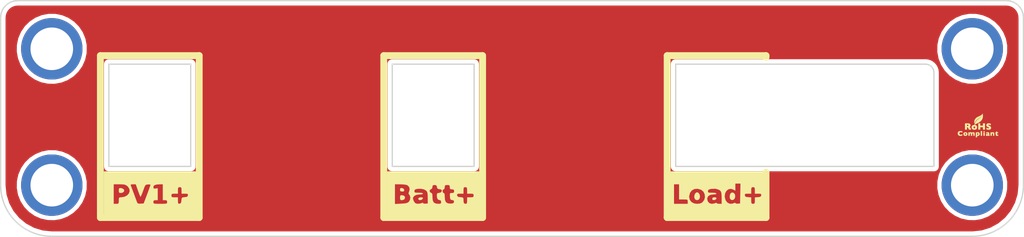
<source format=kicad_pcb>
(kicad_pcb (version 4) (host pcbnew 4.0.6-e0-6349~53~ubuntu14.04.1)

  (general
    (links 0)
    (no_connects 0)
    (area 44.599999 42.6 230.900001 150.100001)
    (thickness 2.5)
    (drawings 64)
    (tracks 0)
    (zones 0)
    (modules 8)
    (nets 12)
  )

  (page A4)
  (title_block
    (title SBMS40)
    (rev 02)
    (company "Electrodacus (Schematic and PCB layout released under CC-BY-SA 3.0 licence)")
  )

  (layers
    (0 F.Cu signal)
    (31 B.Cu signal)
    (32 B.Adhes user)
    (33 F.Adhes user)
    (34 B.Paste user)
    (35 F.Paste user)
    (36 B.SilkS user)
    (37 F.SilkS user)
    (38 B.Mask user)
    (39 F.Mask user)
    (42 Eco1.User user hide)
    (43 Eco2.User user)
    (44 Edge.Cuts user)
  )

  (setup
    (last_trace_width 0.198)
    (user_trace_width 0.198)
    (user_trace_width 0.2)
    (user_trace_width 0.25)
    (user_trace_width 0.3)
    (user_trace_width 0.5)
    (user_trace_width 0.7)
    (user_trace_width 1)
    (user_trace_width 1.2)
    (trace_clearance 0.2)
    (zone_clearance 0.5)
    (zone_45_only yes)
    (trace_min 0.198)
    (segment_width 0.8)
    (edge_width 0.15)
    (via_size 0.7)
    (via_drill 0.3)
    (via_min_size 0.5)
    (via_min_drill 0.3)
    (user_via 0.7 0.3)
    (user_via 1 0.6)
    (uvia_size 0.508)
    (uvia_drill 0.127)
    (uvias_allowed no)
    (uvia_min_size 0.5)
    (uvia_min_drill 0.1)
    (pcb_text_width 0.3)
    (pcb_text_size 1.5 1.5)
    (mod_edge_width 0.15)
    (mod_text_size 1.5 1.5)
    (mod_text_width 0.15)
    (pad_size 9 8)
    (pad_drill 0)
    (pad_to_mask_clearance 0.03)
    (solder_mask_min_width 0.1)
    (pad_to_paste_clearance_ratio -0.02)
    (aux_axis_origin 50 150)
    (visible_elements FFFFFE4F)
    (pcbplotparams
      (layerselection 0x010e0_80000001)
      (usegerberextensions true)
      (gerberprecision 5)
      (excludeedgelayer true)
      (linewidth 0.100000)
      (plotframeref false)
      (viasonmask false)
      (mode 1)
      (useauxorigin true)
      (hpglpennumber 1)
      (hpglpenspeed 20)
      (hpglpendiameter 15)
      (hpglpenoverlay 2)
      (psnegative false)
      (psa4output false)
      (plotreference false)
      (plotvalue false)
      (plotinvisibletext false)
      (padsonsilk false)
      (subtractmaskfromsilk false)
      (outputformat 1)
      (mirror false)
      (drillshape 0)
      (scaleselection 1)
      (outputdirectory SBMS40-v02b/))
  )

  (net 0 "")
  (net 1 /BAT0)
  (net 2 /CPV1P)
  (net 3 /CPV2P)
  (net 4 /CSI1a)
  (net 5 /CSI2a)
  (net 6 /LDMON)
  (net 7 /PV+)
  (net 8 /PV1)
  (net 9 /PV2)
  (net 10 GND)
  (net 11 "Net-(D7-Pad1)")

  (net_class Default "This is the default net class."
    (clearance 0.2)
    (trace_width 0.198)
    (via_dia 0.7)
    (via_drill 0.3)
    (uvia_dia 0.508)
    (uvia_drill 0.127)
  )

  (module dacusnewlib:H1-5mm-7.2 locked (layer F.Cu) (tedit 593461E3) (tstamp 5948BC4A)
    (at 164 128)
    (fp_text reference "" (at -0.27432 -2.94894) (layer F.SilkS) hide
      (effects (font (thickness 0.3048)))
    )
    (fp_text value "" (at 5.02412 -2.99974) (layer F.SilkS) hide
      (effects (font (thickness 0.3048)))
    )
    (pad "" thru_hole circle (at 0 0) (size 7.2 7.2) (drill 5) (layers *.Cu))
    (pad "" smd circle (at 0 0) (size 6 6) (layers *.Mask))
  )

  (module dacusnewlib:H1-5mm-7.2 locked (layer F.Cu) (tedit 593461E3) (tstamp 59475B78)
    (at 164 144)
    (fp_text reference "" (at -0.27432 -2.94894) (layer F.SilkS) hide
      (effects (font (thickness 0.3048)))
    )
    (fp_text value "" (at 5.02412 -2.99974) (layer F.SilkS) hide
      (effects (font (thickness 0.3048)))
    )
    (pad "" thru_hole circle (at 0 0) (size 7.2 7.2) (drill 5) (layers *.Cu))
    (pad "" smd circle (at 0 0) (size 6 6) (layers *.Mask))
  )

  (module dacusnewlib:H1-5mm-7.2 locked (layer F.Cu) (tedit 593461E3) (tstamp 5948BCE2)
    (at 56 128)
    (fp_text reference "" (at -0.27432 -2.94894) (layer F.SilkS) hide
      (effects (font (thickness 0.3048)))
    )
    (fp_text value "" (at 5.02412 -2.99974) (layer F.SilkS) hide
      (effects (font (thickness 0.3048)))
    )
    (pad "" thru_hole circle (at 0 0) (size 7.2 7.2) (drill 5) (layers *.Cu))
    (pad "" smd circle (at 0 0) (size 6 6) (layers *.Mask))
  )

  (module dacusnewlib:H1-5mm-7.2 locked (layer F.Cu) (tedit 593461E3) (tstamp 58E5B0AD)
    (at 56 144)
    (fp_text reference "" (at -0.27432 -2.94894) (layer F.SilkS) hide
      (effects (font (thickness 0.3048)))
    )
    (fp_text value "" (at 5.02412 -2.99974) (layer F.SilkS) hide
      (effects (font (thickness 0.3048)))
    )
    (pad "" thru_hole circle (at 0 0) (size 7.2 7.2) (drill 5) (layers *.Cu))
    (pad "" smd circle (at 0 0) (size 6 6) (layers *.Mask))
  )

  (module dacusnewlib:Logo-silk-ROHS (layer F.Cu) (tedit 0) (tstamp 5955CCF8)
    (at 164.7 137)
    (descr "ROHS logo, 5x2.8mm")
    (fp_text reference G*** (at -0.8 -0.4) (layer F.SilkS) hide
      (effects (font (size 0.0889 0.0889) (thickness 0.01778)))
    )
    (fp_text value LOGO (at 0.5 -0.4) (layer F.SilkS) hide
      (effects (font (size 0.0889 0.0889) (thickness 0.01778)))
    )
    (fp_poly (pts (xy 0.16764 0.99822) (xy 0.16764 1.02616) (xy 0.16764 1.04394) (xy 0.1651 1.05664)
      (xy 0.16256 1.05918) (xy 0.16002 1.06426) (xy 0.16002 1.07442) (xy 0.16002 1.0795)
      (xy 0.15748 1.0922) (xy 0.15494 1.09728) (xy 0.15494 1.09982) (xy 0.14986 1.10236)
      (xy 0.14986 1.11252) (xy 0.14732 1.12014) (xy 0.14478 1.12268) (xy 0.1397 1.12776)
      (xy 0.1397 1.1303) (xy 0.13462 1.14046) (xy 0.127 1.15062) (xy 0.11684 1.16078)
      (xy 0.10668 1.17094) (xy 0.09906 1.17348) (xy 0.09398 1.17856) (xy 0.09398 1.1811)
      (xy 0.0889 1.18618) (xy 0.08382 1.18872) (xy 0.0762 1.19126) (xy 0.07366 1.1938)
      (xy 0.06858 1.19888) (xy 0.0635 1.19888) (xy 0.05588 1.20142) (xy 0.05334 1.20396)
      (xy 0.04826 1.2065) (xy 0.0381 1.20904) (xy 0.03048 1.20904) (xy 0.01778 1.20904)
      (xy 0.01016 1.21158) (xy 0.00762 1.21412) (xy 0.00508 1.21666) (xy 0 1.21666)
      (xy 0 1.01092) (xy 0 1.0033) (xy 0 0.98298) (xy 0 0.96774)
      (xy -0.00254 0.96012) (xy -0.00254 0.95758) (xy -0.00762 0.95504) (xy -0.00762 0.94996)
      (xy -0.0127 0.94234) (xy -0.02032 0.93218) (xy -0.03048 0.92202) (xy -0.0381 0.91948)
      (xy -0.0381 0.91948) (xy -0.04318 0.9144) (xy -0.04318 0.91186) (xy -0.04826 0.90678)
      (xy -0.05842 0.90424) (xy -0.0635 0.90424) (xy -0.07874 0.90424) (xy -0.08382 0.90932)
      (xy -0.08382 0.91186) (xy -0.0889 0.91694) (xy -0.09652 0.91948) (xy -0.10668 0.91948)
      (xy -0.10922 0.92456) (xy -0.11176 0.9271) (xy -0.11938 0.92964) (xy -0.12192 0.92964)
      (xy -0.12446 0.93218) (xy -0.127 0.93726) (xy -0.127 0.94996) (xy -0.12954 0.9652)
      (xy -0.12954 0.99314) (xy -0.12954 1.00076) (xy -0.12954 1.03378) (xy -0.127 1.05664)
      (xy -0.12446 1.07188) (xy -0.12192 1.08204) (xy -0.11684 1.08712) (xy -0.10668 1.08966)
      (xy -0.10414 1.08966) (xy -0.09652 1.08966) (xy -0.09398 1.09474) (xy -0.0889 1.09728)
      (xy -0.07874 1.09728) (xy -0.06858 1.09982) (xy -0.05334 1.09728) (xy -0.04572 1.09474)
      (xy -0.04318 1.09474) (xy -0.04064 1.08966) (xy -0.0381 1.08966) (xy -0.03048 1.08458)
      (xy -0.02032 1.07696) (xy -0.0127 1.0668) (xy -0.00762 1.05664) (xy -0.00762 1.05664)
      (xy -0.00508 1.04902) (xy -0.00254 1.04902) (xy -0.00254 1.04394) (xy 0 1.03124)
      (xy 0 1.01092) (xy 0 1.21666) (xy -0.00762 1.2192) (xy -0.0254 1.2192)
      (xy -0.03048 1.2192) (xy -0.0508 1.2192) (xy -0.06604 1.21666) (xy -0.07366 1.21412)
      (xy -0.07366 1.21412) (xy -0.07874 1.21158) (xy -0.0889 1.20904) (xy -0.09652 1.20904)
      (xy -0.10922 1.2065) (xy -0.11684 1.20396) (xy -0.11938 1.20396) (xy -0.12192 1.19888)
      (xy -0.12446 1.19888) (xy -0.12446 1.20396) (xy -0.127 1.2192) (xy -0.127 1.24206)
      (xy -0.12954 1.27254) (xy -0.12954 1.29286) (xy -0.12954 1.38938) (xy -0.20828 1.38938)
      (xy -0.28956 1.38938) (xy -0.28956 1.09474) (xy -0.28956 0.8001) (xy -0.20828 0.8001)
      (xy -0.1778 0.8001) (xy -0.1524 0.8001) (xy -0.13716 0.80264) (xy -0.12954 0.80264)
      (xy -0.12954 0.80264) (xy -0.12446 0.80772) (xy -0.11938 0.80772) (xy -0.11176 0.80772)
      (xy -0.10922 0.80264) (xy -0.10414 0.8001) (xy -0.09398 0.8001) (xy -0.09144 0.8001)
      (xy -0.07874 0.79756) (xy -0.07366 0.79502) (xy -0.07366 0.79248) (xy -0.06858 0.79248)
      (xy -0.05588 0.78994) (xy -0.03556 0.78994) (xy -0.02032 0.78994) (xy 0 0.78994)
      (xy 0.01778 0.78994) (xy 0.02794 0.79248) (xy 0.02794 0.79248) (xy 0.03302 0.79756)
      (xy 0.04318 0.79756) (xy 0.04572 0.8001) (xy 0.05842 0.8001) (xy 0.0635 0.80264)
      (xy 0.0635 0.80264) (xy 0.06858 0.80772) (xy 0.07366 0.80772) (xy 0.08128 0.8128)
      (xy 0.0889 0.81788) (xy 0.09652 0.8255) (xy 0.1016 0.82804) (xy 0.10922 0.83312)
      (xy 0.10922 0.83312) (xy 0.11176 0.84074) (xy 0.12192 0.8509) (xy 0.12954 0.85852)
      (xy 0.1397 0.87122) (xy 0.14732 0.88138) (xy 0.14986 0.88646) (xy 0.1524 0.89154)
      (xy 0.15494 0.89408) (xy 0.15748 0.89916) (xy 0.15748 0.90932) (xy 0.16002 0.91694)
      (xy 0.16002 0.92964) (xy 0.16256 0.93726) (xy 0.16256 0.9398) (xy 0.1651 0.94234)
      (xy 0.16764 0.95758) (xy 0.16764 0.9779) (xy 0.16764 0.99822) (xy 0.16764 0.99822)) (layer F.SilkS) (width 0.00254))
    (fp_poly (pts (xy -1.86436 1.08712) (xy -1.86436 1.1176) (xy -1.86436 1.14046) (xy -1.8669 1.15824)
      (xy -1.87198 1.16586) (xy -1.87706 1.17094) (xy -1.88468 1.17348) (xy -1.88468 1.17348)
      (xy -1.8923 1.17856) (xy -1.89484 1.1811) (xy -1.89738 1.18618) (xy -1.905 1.18872)
      (xy -1.91516 1.19126) (xy -1.9177 1.1938) (xy -1.92278 1.19634) (xy -1.93294 1.19888)
      (xy -1.93802 1.19888) (xy -1.95072 1.19888) (xy -1.95834 1.20142) (xy -1.95834 1.20396)
      (xy -1.96342 1.2065) (xy -1.97612 1.20904) (xy -1.9939 1.20904) (xy -1.99644 1.20904)
      (xy -2.01422 1.20904) (xy -2.02946 1.21158) (xy -2.03454 1.21412) (xy -2.03454 1.21412)
      (xy -2.03962 1.21666) (xy -2.05232 1.21666) (xy -2.07264 1.2192) (xy -2.08788 1.2192)
      (xy -2.11328 1.2192) (xy -2.13106 1.21666) (xy -2.14122 1.21412) (xy -2.14376 1.21412)
      (xy -2.14884 1.21158) (xy -2.16154 1.20904) (xy -2.17678 1.20904) (xy -2.19202 1.20904)
      (xy -2.20472 1.2065) (xy -2.2098 1.20396) (xy -2.21234 1.20142) (xy -2.2225 1.19888)
      (xy -2.2225 1.19888) (xy -2.2352 1.19634) (xy -2.23774 1.1938) (xy -2.24282 1.19126)
      (xy -2.25044 1.18872) (xy -2.2606 1.18618) (xy -2.26314 1.1811) (xy -2.26822 1.17602)
      (xy -2.2733 1.17348) (xy -2.28092 1.17094) (xy -2.28346 1.1684) (xy -2.28854 1.16332)
      (xy -2.29362 1.16332) (xy -2.30124 1.16078) (xy -2.30886 1.15316) (xy -2.31648 1.14554)
      (xy -2.31902 1.143) (xy -2.32664 1.14046) (xy -2.3368 1.13284) (xy -2.34442 1.12268)
      (xy -2.3495 1.11506) (xy -2.3495 1.11506) (xy -2.35204 1.10998) (xy -2.35458 1.10998)
      (xy -2.35712 1.1049) (xy -2.35966 1.09982) (xy -2.3622 1.08966) (xy -2.36982 1.08458)
      (xy -2.37744 1.07442) (xy -2.37744 1.0668) (xy -2.37998 1.05918) (xy -2.38252 1.05918)
      (xy -2.3876 1.0541) (xy -2.3876 1.04394) (xy -2.3876 1.0414) (xy -2.39014 1.0287)
      (xy -2.39522 1.02362) (xy -2.39522 1.02362) (xy -2.4003 1.02108) (xy -2.40284 1.01346)
      (xy -2.40284 0.99568) (xy -2.40538 0.98044) (xy -2.40792 0.97028) (xy -2.40792 0.96774)
      (xy -2.41046 0.9652) (xy -2.413 0.94996) (xy -2.413 0.93218) (xy -2.413 0.9271)
      (xy -2.413 0.90678) (xy -2.41046 0.89154) (xy -2.41046 0.88392) (xy -2.40792 0.88392)
      (xy -2.40538 0.87884) (xy -2.40538 0.86868) (xy -2.40284 0.85598) (xy -2.40284 0.84074)
      (xy -2.4003 0.83058) (xy -2.39522 0.82804) (xy -2.39014 0.8255) (xy -2.3876 0.8128)
      (xy -2.3876 0.80264) (xy -2.38252 0.8001) (xy -2.37998 0.79502) (xy -2.37744 0.78994)
      (xy -2.37744 0.77978) (xy -2.3749 0.77978) (xy -2.36982 0.7747) (xy -2.36982 0.77216)
      (xy -2.36728 0.76454) (xy -2.36474 0.76454) (xy -2.35966 0.75946) (xy -2.35966 0.75692)
      (xy -2.35458 0.7493) (xy -2.34696 0.7366) (xy -2.3368 0.72644) (xy -2.32664 0.71628)
      (xy -2.31902 0.71374) (xy -2.31394 0.7112) (xy -2.31394 0.70866) (xy -2.30886 0.70358)
      (xy -2.30378 0.70358) (xy -2.29616 0.70104) (xy -2.29362 0.6985) (xy -2.28854 0.68834)
      (xy -2.28092 0.68072) (xy -2.27076 0.67818) (xy -2.26568 0.67564) (xy -2.26314 0.6731)
      (xy -2.2606 0.67056) (xy -2.2479 0.66802) (xy -2.24536 0.66802) (xy -2.2352 0.66802)
      (xy -2.23012 0.66548) (xy -2.22758 0.66294) (xy -2.22504 0.6604) (xy -2.21488 0.65786)
      (xy -2.21488 0.65786) (xy -2.20218 0.65786) (xy -2.19964 0.65278) (xy -2.19964 0.65278)
      (xy -2.19456 0.65278) (xy -2.17932 0.65024) (xy -2.15646 0.65024) (xy -2.12344 0.65024)
      (xy -2.09042 0.6477) (xy -2.05232 0.65024) (xy -2.02184 0.65024) (xy -1.99898 0.65024)
      (xy -1.98628 0.65278) (xy -1.98374 0.65278) (xy -1.97866 0.65532) (xy -1.9685 0.65786)
      (xy -1.9558 0.65786) (xy -1.94056 0.6604) (xy -1.9304 0.66294) (xy -1.92786 0.66294)
      (xy -1.92532 0.66802) (xy -1.91262 0.66802) (xy -1.91008 0.66802) (xy -1.89992 0.67056)
      (xy -1.89484 0.6731) (xy -1.89484 0.6731) (xy -1.88976 0.67818) (xy -1.8796 0.67818)
      (xy -1.8796 0.67818) (xy -1.86436 0.67818) (xy -1.86436 0.762) (xy -1.86436 0.84328)
      (xy -1.8796 0.84328) (xy -1.88976 0.84074) (xy -1.89484 0.83566) (xy -1.89738 0.83058)
      (xy -1.905 0.82804) (xy -1.91516 0.82804) (xy -1.9177 0.82296) (xy -1.92278 0.82042)
      (xy -1.92786 0.81788) (xy -1.93802 0.81788) (xy -1.93802 0.8128) (xy -1.9431 0.81026)
      (xy -1.94818 0.80772) (xy -1.9558 0.80772) (xy -1.95834 0.80264) (xy -1.96342 0.8001)
      (xy -1.97104 0.8001) (xy -1.9812 0.79756) (xy -1.98374 0.79248) (xy -1.98882 0.78994)
      (xy -1.99898 0.78994) (xy -2.00914 0.78994) (xy -2.02184 0.7874) (xy -2.032 0.78486)
      (xy -2.03454 0.78486) (xy -2.03708 0.77978) (xy -2.04724 0.77978) (xy -2.05486 0.77978)
      (xy -2.05994 0.78486) (xy -2.06248 0.7874) (xy -2.07518 0.7874) (xy -2.0828 0.78994)
      (xy -2.09804 0.78994) (xy -2.1082 0.79248) (xy -2.1082 0.79248) (xy -2.11328 0.79756)
      (xy -2.1209 0.8001) (xy -2.13106 0.8001) (xy -2.1336 0.80264) (xy -2.13868 0.80772)
      (xy -2.14122 0.80772) (xy -2.14884 0.8128) (xy -2.159 0.82042) (xy -2.16916 0.82804)
      (xy -2.17424 0.83566) (xy -2.17424 0.83566) (xy -2.17678 0.84328) (xy -2.1844 0.8509)
      (xy -2.18948 0.85344) (xy -2.19202 0.85344) (xy -2.19964 0.85852) (xy -2.20472 0.86614)
      (xy -2.2098 0.8763) (xy -2.2098 0.8763) (xy -2.21234 0.88392) (xy -2.21488 0.88392)
      (xy -2.21742 0.889) (xy -2.21742 0.9017) (xy -2.21996 0.92202) (xy -2.21996 0.9271)
      (xy -2.21742 0.94742) (xy -2.21742 0.96266) (xy -2.21488 0.96774) (xy -2.21488 0.96774)
      (xy -2.2098 0.97282) (xy -2.2098 0.98044) (xy -2.20726 0.9906) (xy -2.20472 0.99314)
      (xy -2.19964 0.99822) (xy -2.19964 1.0033) (xy -2.1971 1.01092) (xy -2.19456 1.01346)
      (xy -2.18694 1.016) (xy -2.17678 1.02616) (xy -2.16916 1.03632) (xy -2.16408 1.04394)
      (xy -2.16408 1.04394) (xy -2.159 1.04902) (xy -2.15392 1.04902) (xy -2.1463 1.05156)
      (xy -2.14376 1.0541) (xy -2.13868 1.05664) (xy -2.1336 1.05918) (xy -2.12598 1.06172)
      (xy -2.12344 1.06426) (xy -2.11836 1.0668) (xy -2.1082 1.06934) (xy -2.10566 1.06934)
      (xy -2.0955 1.06934) (xy -2.08788 1.07188) (xy -2.08788 1.07442) (xy -2.08534 1.07696)
      (xy -2.07264 1.07696) (xy -2.0574 1.0795) (xy -2.03962 1.07696) (xy -2.02692 1.07696)
      (xy -2.02438 1.07442) (xy -2.0193 1.07188) (xy -2.00914 1.06934) (xy -2.00406 1.06934)
      (xy -1.99136 1.0668) (xy -1.98374 1.06426) (xy -1.98374 1.06426) (xy -1.97866 1.05918)
      (xy -1.9685 1.05918) (xy -1.96596 1.05918) (xy -1.9558 1.05664) (xy -1.94818 1.0541)
      (xy -1.94818 1.0541) (xy -1.94564 1.04902) (xy -1.93802 1.04902) (xy -1.9304 1.04648)
      (xy -1.92786 1.0414) (xy -1.92532 1.03632) (xy -1.91516 1.03378) (xy -1.90754 1.03124)
      (xy -1.905 1.0287) (xy -1.89992 1.02362) (xy -1.89484 1.02362) (xy -1.88468 1.02108)
      (xy -1.88468 1.01854) (xy -1.8796 1.01346) (xy -1.87452 1.01346) (xy -1.86944 1.01346)
      (xy -1.8669 1.016) (xy -1.86436 1.02362) (xy -1.86436 1.03378) (xy -1.86436 1.05156)
      (xy -1.86436 1.07696) (xy -1.86436 1.08712) (xy -1.86436 1.08712)) (layer F.SilkS) (width 0.00254))
    (fp_poly (pts (xy -1.26746 1.0033) (xy -1.27 1.03124) (xy -1.27 1.05156) (xy -1.27254 1.06426)
      (xy -1.27254 1.06934) (xy -1.27762 1.07188) (xy -1.27762 1.08458) (xy -1.27762 1.08458)
      (xy -1.28016 1.09474) (xy -1.28524 1.09982) (xy -1.29286 1.10236) (xy -1.29286 1.10998)
      (xy -1.29794 1.12268) (xy -1.30302 1.12776) (xy -1.31064 1.13792) (xy -1.31318 1.143)
      (xy -1.31826 1.15316) (xy -1.32842 1.16078) (xy -1.33604 1.16332) (xy -1.34366 1.16586)
      (xy -1.34366 1.1684) (xy -1.34874 1.17348) (xy -1.35128 1.17348) (xy -1.3589 1.17856)
      (xy -1.3589 1.1811) (xy -1.36398 1.18618) (xy -1.36906 1.18872) (xy -1.37668 1.19126)
      (xy -1.37922 1.1938) (xy -1.38176 1.19888) (xy -1.38938 1.19888) (xy -1.397 1.20142)
      (xy -1.39954 1.20396) (xy -1.40208 1.2065) (xy -1.41478 1.20904) (xy -1.43002 1.20904)
      (xy -1.43256 1.20904) (xy -1.43256 1.0033) (xy -1.4351 0.99568) (xy -1.43764 0.99314)
      (xy -1.44272 0.9906) (xy -1.44272 0.9779) (xy -1.44272 0.97028) (xy -1.44526 0.95758)
      (xy -1.4478 0.94996) (xy -1.4478 0.94996) (xy -1.45288 0.94488) (xy -1.45288 0.9398)
      (xy -1.45796 0.92964) (xy -1.46812 0.92202) (xy -1.47574 0.91948) (xy -1.48336 0.9144)
      (xy -1.48336 0.91186) (xy -1.4859 0.90678) (xy -1.49606 0.90424) (xy -1.50622 0.90424)
      (xy -1.52146 0.90424) (xy -1.52908 0.90678) (xy -1.52908 0.91186) (xy -1.53162 0.91694)
      (xy -1.5367 0.91948) (xy -1.54686 0.92202) (xy -1.55702 0.93218) (xy -1.55956 0.9398)
      (xy -1.5621 0.94742) (xy -1.56718 0.94996) (xy -1.57226 0.9525) (xy -1.57226 0.96266)
      (xy -1.5748 0.97028) (xy -1.5748 0.98552) (xy -1.57734 0.99314) (xy -1.57988 0.99314)
      (xy -1.58242 0.99822) (xy -1.58242 1.0033) (xy -1.58242 1.01092) (xy -1.57988 1.01346)
      (xy -1.5748 1.01854) (xy -1.5748 1.0287) (xy -1.5748 1.03632) (xy -1.57226 1.04902)
      (xy -1.56972 1.05918) (xy -1.56718 1.05918) (xy -1.5621 1.06172) (xy -1.55194 1.06934)
      (xy -1.5494 1.07442) (xy -1.53924 1.08204) (xy -1.52908 1.08966) (xy -1.52654 1.08966)
      (xy -1.51892 1.0922) (xy -1.51892 1.09474) (xy -1.51384 1.09728) (xy -1.50876 1.09982)
      (xy -1.50114 1.09728) (xy -1.4986 1.09474) (xy -1.49352 1.08966) (xy -1.48844 1.08966)
      (xy -1.47828 1.08458) (xy -1.46812 1.07696) (xy -1.4605 1.07188) (xy -1.45034 1.05918)
      (xy -1.44526 1.04648) (xy -1.44272 1.03378) (xy -1.44272 1.02108) (xy -1.44018 1.01346)
      (xy -1.43764 1.01346) (xy -1.4351 1.00838) (xy -1.43256 1.0033) (xy -1.43256 1.20904)
      (xy -1.4478 1.20904) (xy -1.4605 1.21158) (xy -1.46304 1.21412) (xy -1.46812 1.21666)
      (xy -1.48082 1.2192) (xy -1.50114 1.2192) (xy -1.50622 1.2192) (xy -1.52654 1.2192)
      (xy -1.54178 1.21666) (xy -1.5494 1.21412) (xy -1.5494 1.21412) (xy -1.55448 1.21158)
      (xy -1.56464 1.20904) (xy -1.58242 1.20904) (xy -1.59766 1.20904) (xy -1.61036 1.2065)
      (xy -1.6129 1.20396) (xy -1.61798 1.19888) (xy -1.6256 1.19888) (xy -1.63576 1.19634)
      (xy -1.6383 1.1938) (xy -1.64338 1.18872) (xy -1.64846 1.18872) (xy -1.65608 1.18618)
      (xy -1.65862 1.18364) (xy -1.6637 1.17348) (xy -1.67132 1.16586) (xy -1.68148 1.16332)
      (xy -1.68656 1.16078) (xy -1.6891 1.15824) (xy -1.69164 1.15316) (xy -1.69672 1.15316)
      (xy -1.7018 1.15062) (xy -1.70434 1.14554) (xy -1.70688 1.13538) (xy -1.7145 1.12776)
      (xy -1.72212 1.1176) (xy -1.72466 1.10998) (xy -1.72466 1.10236) (xy -1.72974 1.09982)
      (xy -1.73228 1.09474) (xy -1.73482 1.08458) (xy -1.73482 1.08458) (xy -1.73482 1.07442)
      (xy -1.73736 1.06934) (xy -1.7399 1.06934) (xy -1.7399 1.06426) (xy -1.74244 1.04902)
      (xy -1.74244 1.0287) (xy -1.74244 1.0033) (xy -1.74244 0.97536) (xy -1.74244 0.95504)
      (xy -1.7399 0.94234) (xy -1.7399 0.9398) (xy -1.73482 0.93472) (xy -1.73482 0.92456)
      (xy -1.73482 0.92202) (xy -1.73228 0.90932) (xy -1.72974 0.90424) (xy -1.72974 0.90424)
      (xy -1.72466 0.89916) (xy -1.72466 0.89408) (xy -1.72212 0.88646) (xy -1.71958 0.88392)
      (xy -1.7145 0.87884) (xy -1.7145 0.8763) (xy -1.70942 0.86614) (xy -1.70434 0.85852)
      (xy -1.69672 0.85344) (xy -1.69672 0.85344) (xy -1.6891 0.8509) (xy -1.68148 0.84328)
      (xy -1.67894 0.83312) (xy -1.67894 0.83312) (xy -1.67386 0.83058) (xy -1.66878 0.82804)
      (xy -1.66116 0.8255) (xy -1.65354 0.81788) (xy -1.64084 0.81026) (xy -1.63068 0.80772)
      (xy -1.61798 0.80772) (xy -1.6129 0.80518) (xy -1.6129 0.80264) (xy -1.61036 0.8001)
      (xy -1.59766 0.8001) (xy -1.59258 0.8001) (xy -1.58242 0.79756) (xy -1.5748 0.79502)
      (xy -1.5748 0.79248) (xy -1.56972 0.79248) (xy -1.55448 0.78994) (xy -1.53416 0.78994)
      (xy -1.50876 0.78994) (xy -1.48082 0.78994) (xy -1.4605 0.78994) (xy -1.4478 0.79248)
      (xy -1.44272 0.79248) (xy -1.44018 0.79756) (xy -1.42748 0.79756) (xy -1.4224 0.8001)
      (xy -1.40716 0.8001) (xy -1.39954 0.80264) (xy -1.39954 0.80264) (xy -1.39446 0.80772)
      (xy -1.3843 0.80772) (xy -1.3716 0.8128) (xy -1.36398 0.81788) (xy -1.35382 0.8255)
      (xy -1.3462 0.82804) (xy -1.33604 0.83058) (xy -1.3335 0.83312) (xy -1.33096 0.84074)
      (xy -1.3208 0.8509) (xy -1.31826 0.85344) (xy -1.3081 0.8636) (xy -1.30302 0.87376)
      (xy -1.30302 0.8763) (xy -1.30048 0.88392) (xy -1.29794 0.88392) (xy -1.2954 0.889)
      (xy -1.29286 0.89408) (xy -1.29032 0.9017) (xy -1.28524 0.90424) (xy -1.28016 0.90678)
      (xy -1.27762 0.91948) (xy -1.27762 0.92202) (xy -1.27762 0.93218) (xy -1.27508 0.9398)
      (xy -1.27254 0.9398) (xy -1.27254 0.94234) (xy -1.27 0.95758) (xy -1.27 0.9779)
      (xy -1.26746 1.0033) (xy -1.26746 1.0033)) (layer F.SilkS) (width 0.00254))
    (fp_poly (pts (xy 1.34366 1.14046) (xy 1.34366 1.16586) (xy 1.34112 1.18364) (xy 1.3335 1.1938)
      (xy 1.32588 1.19888) (xy 1.31572 1.19888) (xy 1.3081 1.20142) (xy 1.30302 1.20396)
      (xy 1.30048 1.2065) (xy 1.28778 1.20904) (xy 1.28016 1.20904) (xy 1.26746 1.20904)
      (xy 1.25984 1.21158) (xy 1.25984 1.21412) (xy 1.25476 1.21666) (xy 1.24206 1.2192)
      (xy 1.22174 1.2192) (xy 1.21666 1.2192) (xy 1.19634 1.2192) (xy 1.1811 1.21666)
      (xy 1.17348 1.21412) (xy 1.17348 1.21412) (xy 1.1684 1.20904) (xy 1.16332 1.20904)
      (xy 1.1557 1.2065) (xy 1.15316 1.20396) (xy 1.15062 1.19888) (xy 1.14554 1.19888)
      (xy 1.13792 1.1938) (xy 1.13538 1.1938) (xy 1.13284 1.18872) (xy 1.1303 1.1938)
      (xy 1.12776 1.1938) (xy 1.12776 1.0668) (xy 1.12776 1.04648) (xy 1.12268 1.03124)
      (xy 1.12014 1.0287) (xy 1.11252 1.02362) (xy 1.10998 1.0287) (xy 1.1049 1.03378)
      (xy 1.09728 1.03378) (xy 1.08966 1.03632) (xy 1.08966 1.03886) (xy 1.08458 1.04648)
      (xy 1.0795 1.0541) (xy 1.07188 1.05918) (xy 1.07188 1.05918) (xy 1.0668 1.06172)
      (xy 1.06172 1.0668) (xy 1.05664 1.07442) (xy 1.0541 1.08712) (xy 1.0541 1.09728)
      (xy 1.05664 1.10744) (xy 1.05918 1.10998) (xy 1.06426 1.11252) (xy 1.06426 1.11506)
      (xy 1.0668 1.12268) (xy 1.0795 1.12268) (xy 1.08204 1.12268) (xy 1.09474 1.12268)
      (xy 1.09982 1.1176) (xy 1.09982 1.11506) (xy 1.10236 1.10998) (xy 1.10744 1.10998)
      (xy 1.1176 1.1049) (xy 1.12522 1.0922) (xy 1.12776 1.07188) (xy 1.12776 1.0668)
      (xy 1.12776 1.1938) (xy 1.12522 1.19888) (xy 1.1176 1.19888) (xy 1.10998 1.20142)
      (xy 1.10998 1.20396) (xy 1.1049 1.2065) (xy 1.0922 1.20904) (xy 1.08712 1.20904)
      (xy 1.07188 1.20904) (xy 1.06426 1.21158) (xy 1.06426 1.21412) (xy 1.05918 1.21666)
      (xy 1.04648 1.2192) (xy 1.02616 1.2192) (xy 1.02108 1.2192) (xy 1.00076 1.2192)
      (xy 0.98552 1.21666) (xy 0.9779 1.21412) (xy 0.9779 1.21412) (xy 0.97536 1.21158)
      (xy 0.96266 1.20904) (xy 0.95758 1.20904) (xy 0.94742 1.2065) (xy 0.9398 1.20396)
      (xy 0.9398 1.20396) (xy 0.93472 1.19888) (xy 0.93218 1.19888) (xy 0.92456 1.19634)
      (xy 0.91694 1.18872) (xy 0.9144 1.1811) (xy 0.90932 1.17348) (xy 0.90424 1.1684)
      (xy 0.89916 1.16332) (xy 0.89662 1.15824) (xy 0.89408 1.14808) (xy 0.89408 1.1303)
      (xy 0.89408 1.10998) (xy 0.89408 1.08712) (xy 0.89662 1.06934) (xy 0.89662 1.05918)
      (xy 0.89916 1.05918) (xy 0.9017 1.0541) (xy 0.90424 1.04902) (xy 0.90678 1.03632)
      (xy 0.91694 1.02362) (xy 0.92964 1.016) (xy 0.93726 1.01346) (xy 0.94742 1.01092)
      (xy 0.94996 1.00838) (xy 0.9525 1.00584) (xy 0.95758 1.0033) (xy 0.96774 1.00076)
      (xy 0.96774 0.99822) (xy 0.97282 0.99568) (xy 0.9779 0.99314) (xy 0.98806 0.9906)
      (xy 0.98806 0.98806) (xy 0.99314 0.98552) (xy 1.0033 0.98298) (xy 1.00584 0.98298)
      (xy 1.01854 0.98298) (xy 1.02362 0.9779) (xy 1.02362 0.97536) (xy 1.0287 0.97028)
      (xy 1.03886 0.96774) (xy 1.04902 0.96774) (xy 1.0541 0.96266) (xy 1.0541 0.96266)
      (xy 1.05918 0.96012) (xy 1.06934 0.95758) (xy 1.07188 0.95758) (xy 1.08204 0.95758)
      (xy 1.08966 0.95504) (xy 1.08966 0.95504) (xy 1.0922 0.94996) (xy 1.1049 0.94996)
      (xy 1.1049 0.94996) (xy 1.11252 0.94742) (xy 1.1176 0.94488) (xy 1.1176 0.93218)
      (xy 1.1176 0.92964) (xy 1.11506 0.90932) (xy 1.10744 0.89662) (xy 1.0922 0.89408)
      (xy 1.08204 0.89154) (xy 1.0795 0.889) (xy 1.07442 0.88392) (xy 1.07188 0.88392)
      (xy 1.06426 0.88646) (xy 1.06426 0.889) (xy 1.05918 0.89154) (xy 1.04902 0.89408)
      (xy 1.04394 0.89408) (xy 1.03124 0.89408) (xy 1.02362 0.89662) (xy 1.02362 0.89916)
      (xy 1.01854 0.9017) (xy 1.00838 0.90424) (xy 1.00584 0.90424) (xy 0.99568 0.90424)
      (xy 0.98806 0.90932) (xy 0.98806 0.90932) (xy 0.98552 0.91694) (xy 0.97536 0.92456)
      (xy 0.96774 0.92964) (xy 0.96266 0.93218) (xy 0.9525 0.9398) (xy 0.94996 0.94488)
      (xy 0.93472 0.95504) (xy 0.91948 0.95758) (xy 0.90424 0.95758) (xy 0.90424 0.9017)
      (xy 0.90424 0.8763) (xy 0.90424 0.85598) (xy 0.90678 0.84582) (xy 0.90932 0.84328)
      (xy 0.9144 0.84074) (xy 0.9144 0.83566) (xy 0.91694 0.83058) (xy 0.9271 0.82804)
      (xy 0.93472 0.82804) (xy 0.9398 0.82296) (xy 0.94234 0.82042) (xy 0.94996 0.81788)
      (xy 0.95758 0.81788) (xy 0.95758 0.8128) (xy 0.96266 0.81026) (xy 0.96774 0.80772)
      (xy 0.9779 0.80772) (xy 0.9779 0.80264) (xy 0.98298 0.8001) (xy 0.99568 0.8001)
      (xy 1.00584 0.8001) (xy 1.02108 0.79756) (xy 1.03124 0.79502) (xy 1.03378 0.79248)
      (xy 1.03886 0.79248) (xy 1.05156 0.78994) (xy 1.07442 0.78994) (xy 1.1049 0.78994)
      (xy 1.1049 0.78994) (xy 1.13284 0.78994) (xy 1.1557 0.78994) (xy 1.1684 0.79248)
      (xy 1.17348 0.79248) (xy 1.17348 0.79248) (xy 1.17856 0.79756) (xy 1.18872 0.79756)
      (xy 1.19634 0.8001) (xy 1.20904 0.8001) (xy 1.21666 0.80264) (xy 1.2192 0.80264)
      (xy 1.22174 0.80772) (xy 1.22682 0.80772) (xy 1.23444 0.8128) (xy 1.2446 0.82042)
      (xy 1.25476 0.83058) (xy 1.25984 0.8382) (xy 1.25984 0.8382) (xy 1.26238 0.84328)
      (xy 1.26492 0.84328) (xy 1.26746 0.84836) (xy 1.27 0.85344) (xy 1.27 0.86106)
      (xy 1.27254 0.8636) (xy 1.27762 0.86868) (xy 1.27762 0.87884) (xy 1.27762 0.87884)
      (xy 1.28016 0.89154) (xy 1.28524 0.89408) (xy 1.28778 0.89408) (xy 1.29032 0.89916)
      (xy 1.29286 0.90678) (xy 1.29286 0.92202) (xy 1.29286 0.94234) (xy 1.29286 0.97282)
      (xy 1.29286 1.00076) (xy 1.29286 1.03632) (xy 1.29286 1.06426) (xy 1.2954 1.08204)
      (xy 1.2954 1.09474) (xy 1.2954 1.10236) (xy 1.29794 1.10744) (xy 1.30048 1.10744)
      (xy 1.30302 1.10998) (xy 1.31064 1.10744) (xy 1.31318 1.1049) (xy 1.31826 1.09982)
      (xy 1.32842 1.09982) (xy 1.32842 1.09982) (xy 1.34366 1.09982) (xy 1.34366 1.14046)
      (xy 1.34366 1.14046)) (layer F.SilkS) (width 0.00254))
    (fp_poly (pts (xy 2.3495 1.12776) (xy 2.3495 1.1557) (xy 2.34696 1.17602) (xy 2.34442 1.18872)
      (xy 2.3368 1.1938) (xy 2.32918 1.19888) (xy 2.31902 1.19888) (xy 2.30886 1.20142)
      (xy 2.30378 1.20396) (xy 2.30378 1.20396) (xy 2.2987 1.2065) (xy 2.28854 1.20904)
      (xy 2.27584 1.20904) (xy 2.2606 1.20904) (xy 2.25044 1.21158) (xy 2.2479 1.21412)
      (xy 2.24536 1.21666) (xy 2.23012 1.2192) (xy 2.21234 1.2192) (xy 2.20726 1.2192)
      (xy 2.1844 1.2192) (xy 2.1717 1.21666) (xy 2.16408 1.21412) (xy 2.16408 1.21412)
      (xy 2.159 1.21158) (xy 2.14884 1.20904) (xy 2.14376 1.20904) (xy 2.13106 1.2065)
      (xy 2.12344 1.20396) (xy 2.12344 1.20396) (xy 2.11836 1.19888) (xy 2.11328 1.19888)
      (xy 2.10312 1.19634) (xy 2.09296 1.18872) (xy 2.08788 1.1811) (xy 2.08534 1.17602)
      (xy 2.07772 1.16586) (xy 2.07264 1.16332) (xy 2.06248 1.15062) (xy 2.05994 1.13792)
      (xy 2.0574 1.12522) (xy 2.05232 1.12268) (xy 2.04978 1.12268) (xy 2.04724 1.1176)
      (xy 2.0447 1.10998) (xy 2.0447 1.09474) (xy 2.0447 1.07442) (xy 2.0447 1.04648)
      (xy 2.0447 1.01346) (xy 2.0447 0.90424) (xy 2.01422 0.90424) (xy 1.98374 0.90424)
      (xy 1.98374 0.88646) (xy 1.98628 0.86868) (xy 1.99644 0.85598) (xy 1.99898 0.85344)
      (xy 2.00914 0.84328) (xy 2.01422 0.8382) (xy 2.01422 0.83566) (xy 2.01676 0.83058)
      (xy 2.02438 0.82296) (xy 2.03454 0.8128) (xy 2.0447 0.80264) (xy 2.04978 0.8001)
      (xy 2.05232 0.8001) (xy 2.0574 0.79502) (xy 2.06502 0.7874) (xy 2.07264 0.77978)
      (xy 2.07772 0.77216) (xy 2.07772 0.77216) (xy 2.0828 0.76708) (xy 2.09042 0.75692)
      (xy 2.10058 0.74676) (xy 2.11074 0.73914) (xy 2.11582 0.73406) (xy 2.11582 0.73406)
      (xy 2.1209 0.73152) (xy 2.13106 0.72136) (xy 2.14122 0.7112) (xy 2.14884 0.70358)
      (xy 2.15392 0.69596) (xy 2.15392 0.69596) (xy 2.159 0.68834) (xy 2.16916 0.68072)
      (xy 2.1844 0.67818) (xy 2.18948 0.67818) (xy 2.2098 0.67818) (xy 2.2098 0.73914)
      (xy 2.2098 0.8001) (xy 2.2733 0.8001) (xy 2.33934 0.8001) (xy 2.33934 0.8509)
      (xy 2.33934 0.90424) (xy 2.2733 0.90424) (xy 2.2098 0.90424) (xy 2.2098 0.98298)
      (xy 2.2098 1.01346) (xy 2.2098 1.03632) (xy 2.2098 1.05156) (xy 2.21234 1.06172)
      (xy 2.21488 1.0668) (xy 2.21742 1.07188) (xy 2.21996 1.07696) (xy 2.23266 1.08458)
      (xy 2.24536 1.08712) (xy 2.25806 1.08966) (xy 2.2733 1.08712) (xy 2.28092 1.08458)
      (xy 2.28346 1.08458) (xy 2.28854 1.0795) (xy 2.2987 1.0795) (xy 2.2987 1.0795)
      (xy 2.30886 1.07696) (xy 2.31394 1.07442) (xy 2.31394 1.07442) (xy 2.31902 1.06934)
      (xy 2.32918 1.06934) (xy 2.33172 1.06934) (xy 2.3495 1.06934) (xy 2.3495 1.12776)
      (xy 2.3495 1.12776)) (layer F.SilkS) (width 0.00254))
    (fp_poly (pts (xy -0.4191 1.20904) (xy -0.49784 1.20904) (xy -0.57912 1.20904) (xy -0.57912 1.08966)
      (xy -0.57912 1.05156) (xy -0.57912 1.02108) (xy -0.57912 1.00076) (xy -0.58166 0.98552)
      (xy -0.58166 0.97536) (xy -0.5842 0.97028) (xy -0.58674 0.96774) (xy -0.58674 0.96774)
      (xy -0.59182 0.9652) (xy -0.59436 0.95504) (xy -0.59436 0.94234) (xy -0.59944 0.9398)
      (xy -0.59944 0.9398) (xy -0.60198 0.93472) (xy -0.60452 0.92964) (xy -0.60706 0.91948)
      (xy -0.61468 0.91948) (xy -0.6223 0.91694) (xy -0.62484 0.91186) (xy -0.62738 0.90424)
      (xy -0.63246 0.90424) (xy -0.64262 0.90678) (xy -0.64262 0.91186) (xy -0.6477 0.91694)
      (xy -0.65278 0.91948) (xy -0.66294 0.92202) (xy -0.67564 0.93218) (xy -0.6858 0.94234)
      (xy -0.70866 0.96266) (xy -0.70866 1.08712) (xy -0.70866 1.20904) (xy -0.78994 1.20904)
      (xy -0.87376 1.20904) (xy -0.87376 1.08458) (xy -0.87376 1.0414) (xy -0.87376 1.00838)
      (xy -0.8763 0.98298) (xy -0.8763 0.9652) (xy -0.87884 0.96012) (xy -0.87884 0.95758)
      (xy -0.88138 0.95504) (xy -0.88392 0.94488) (xy -0.88646 0.93218) (xy -0.89662 0.92202)
      (xy -0.90678 0.91948) (xy -0.91186 0.9144) (xy -0.9144 0.91186) (xy -0.91694 0.90424)
      (xy -0.91948 0.90424) (xy -0.92202 0.90678) (xy -0.92456 0.91186) (xy -0.9271 0.91694)
      (xy -0.9398 0.91948) (xy -0.9525 0.92202) (xy -0.9652 0.92964) (xy -0.97536 0.9398)
      (xy -0.9779 0.94996) (xy -0.98298 0.95758) (xy -0.98806 0.96266) (xy -0.99314 0.96774)
      (xy -0.99314 0.97028) (xy -0.99568 0.9779) (xy -0.99822 0.98552) (xy -0.99822 1.00076)
      (xy -0.99822 1.02362) (xy -0.99822 1.05156) (xy -0.99822 1.08966) (xy -0.99822 1.08966)
      (xy -0.99822 1.20904) (xy -1.08204 1.20904) (xy -1.16332 1.20904) (xy -1.16332 1.0033)
      (xy -1.16332 0.8001) (xy -1.08204 0.8001) (xy -1.05156 0.8001) (xy -1.0287 0.8001)
      (xy -1.01346 0.8001) (xy -1.00584 0.8001) (xy -1.00076 0.80264) (xy -0.99822 0.80518)
      (xy -0.99822 0.80772) (xy -0.99568 0.81534) (xy -0.98806 0.81788) (xy -0.98298 0.81788)
      (xy -0.97282 0.81788) (xy -0.96774 0.8128) (xy -0.96774 0.8128) (xy -0.9652 0.81026)
      (xy -0.95758 0.80772) (xy -0.94996 0.80772) (xy -0.94742 0.80264) (xy -0.94488 0.8001)
      (xy -0.93726 0.8001) (xy -0.9271 0.79756) (xy -0.92456 0.79248) (xy -0.91948 0.79248)
      (xy -0.90424 0.78994) (xy -0.88392 0.78994) (xy -0.86614 0.78994) (xy -0.84074 0.78994)
      (xy -0.82296 0.78994) (xy -0.81026 0.79248) (xy -0.80772 0.79248) (xy -0.80518 0.79756)
      (xy -0.79502 0.8001) (xy -0.7874 0.8001) (xy -0.78486 0.80264) (xy -0.77978 0.80772)
      (xy -0.77724 0.80772) (xy -0.76708 0.8128) (xy -0.75692 0.82042) (xy -0.74676 0.83058)
      (xy -0.74422 0.8382) (xy -0.74422 0.8382) (xy -0.73914 0.84328) (xy -0.72898 0.84328)
      (xy -0.72644 0.84328) (xy -0.71374 0.84328) (xy -0.70866 0.8382) (xy -0.70866 0.8382)
      (xy -0.70612 0.83058) (xy -0.69596 0.82042) (xy -0.6858 0.8128) (xy -0.67564 0.80772)
      (xy -0.67564 0.80772) (xy -0.67056 0.80518) (xy -0.66802 0.80264) (xy -0.66548 0.8001)
      (xy -0.65278 0.8001) (xy -0.65024 0.8001) (xy -0.64008 0.79756) (xy -0.635 0.79502)
      (xy -0.63246 0.79248) (xy -0.62992 0.79248) (xy -0.61468 0.78994) (xy -0.59436 0.78994)
      (xy -0.58166 0.78994) (xy -0.55626 0.78994) (xy -0.53848 0.78994) (xy -0.53086 0.79248)
      (xy -0.52832 0.79248) (xy -0.52324 0.79756) (xy -0.51308 0.79756) (xy -0.51054 0.8001)
      (xy -0.50038 0.8001) (xy -0.49276 0.80264) (xy -0.49276 0.80264) (xy -0.49022 0.80772)
      (xy -0.48514 0.80772) (xy -0.47498 0.8128) (xy -0.46482 0.82296) (xy -0.4572 0.83312)
      (xy -0.45466 0.84328) (xy -0.44958 0.8509) (xy -0.44704 0.85344) (xy -0.43942 0.85852)
      (xy -0.43942 0.8636) (xy -0.43688 0.87122) (xy -0.43434 0.87376) (xy -0.4318 0.87884)
      (xy -0.42926 0.889) (xy -0.42926 0.89662) (xy -0.42672 0.90932) (xy -0.42418 0.91694)
      (xy -0.42418 0.91948) (xy -0.42164 0.92456) (xy -0.42164 0.93726) (xy -0.4191 0.96266)
      (xy -0.4191 0.99568) (xy -0.4191 1.03632) (xy -0.4191 1.06426) (xy -0.4191 1.20904)
      (xy -0.4191 1.20904)) (layer F.SilkS) (width 0.00254))
    (fp_poly (pts (xy 0.45466 1.20904) (xy 0.37084 1.20904) (xy 0.28956 1.20904) (xy 0.28956 0.92964)
      (xy 0.28956 0.6477) (xy 0.37084 0.6477) (xy 0.45466 0.6477) (xy 0.45466 0.92964)
      (xy 0.45466 1.20904) (xy 0.45466 1.20904)) (layer F.SilkS) (width 0.00254))
    (fp_poly (pts (xy 0.76454 1.20904) (xy 0.68326 1.20904) (xy 0.60452 1.20904) (xy 0.60452 1.0033)
      (xy 0.60452 0.8001) (xy 0.68326 0.8001) (xy 0.76454 0.8001) (xy 0.76454 1.0033)
      (xy 0.76454 1.20904) (xy 0.76454 1.20904)) (layer F.SilkS) (width 0.00254))
    (fp_poly (pts (xy 1.88468 1.20904) (xy 1.8034 1.20904) (xy 1.72466 1.20904) (xy 1.72466 1.08458)
      (xy 1.72466 1.0414) (xy 1.72212 1.00838) (xy 1.72212 0.98298) (xy 1.71958 0.9652)
      (xy 1.71958 0.96012) (xy 1.71958 0.95758) (xy 1.7145 0.95504) (xy 1.7145 0.94488)
      (xy 1.70942 0.92964) (xy 1.69926 0.92202) (xy 1.6891 0.91948) (xy 1.68148 0.91694)
      (xy 1.67894 0.91186) (xy 1.6764 0.90424) (xy 1.67386 0.90424) (xy 1.66878 0.90678)
      (xy 1.66878 0.91186) (xy 1.6637 0.91694) (xy 1.65354 0.91948) (xy 1.64338 0.91948)
      (xy 1.6383 0.92456) (xy 1.6383 0.92456) (xy 1.63576 0.92964) (xy 1.63322 0.92964)
      (xy 1.6256 0.93218) (xy 1.61544 0.94234) (xy 1.6129 0.94996) (xy 1.61036 0.95758)
      (xy 1.60274 0.96266) (xy 1.6002 0.96774) (xy 1.59766 0.97028) (xy 1.59766 0.9779)
      (xy 1.59512 0.98552) (xy 1.59512 1.00076) (xy 1.59512 1.02362) (xy 1.59258 1.05156)
      (xy 1.59258 1.08966) (xy 1.59258 1.08966) (xy 1.59258 1.20904) (xy 1.51384 1.20904)
      (xy 1.43256 1.20904) (xy 1.43256 1.0033) (xy 1.43256 0.8001) (xy 1.51384 0.8001)
      (xy 1.54432 0.8001) (xy 1.56464 0.8001) (xy 1.57988 0.8001) (xy 1.5875 0.8001)
      (xy 1.59258 0.80264) (xy 1.59258 0.80518) (xy 1.59258 0.80772) (xy 1.59512 0.81534)
      (xy 1.60528 0.81788) (xy 1.60782 0.81788) (xy 1.62052 0.81788) (xy 1.62306 0.8128)
      (xy 1.62306 0.8128) (xy 1.62814 0.81026) (xy 1.63068 0.80772) (xy 1.6383 0.80518)
      (xy 1.6383 0.80264) (xy 1.64338 0.8001) (xy 1.65354 0.8001) (xy 1.65354 0.8001)
      (xy 1.6637 0.79756) (xy 1.66878 0.79502) (xy 1.66878 0.79248) (xy 1.67386 0.79248)
      (xy 1.68656 0.78994) (xy 1.70942 0.78994) (xy 1.72974 0.78994) (xy 1.75514 0.78994)
      (xy 1.77546 0.78994) (xy 1.78562 0.79248) (xy 1.78816 0.79248) (xy 1.79324 0.79756)
      (xy 1.79832 0.8001) (xy 1.80594 0.8001) (xy 1.80848 0.80264) (xy 1.81356 0.80772)
      (xy 1.81864 0.80772) (xy 1.82626 0.81026) (xy 1.8288 0.8128) (xy 1.83388 0.81788)
      (xy 1.83388 0.81788) (xy 1.8415 0.82296) (xy 1.85166 0.83058) (xy 1.8542 0.8382)
      (xy 1.85674 0.84328) (xy 1.85928 0.84328) (xy 1.86182 0.84836) (xy 1.86436 0.85344)
      (xy 1.8669 0.86106) (xy 1.86944 0.8636) (xy 1.87198 0.86868) (xy 1.87452 0.87884)
      (xy 1.87452 0.88392) (xy 1.87452 0.89662) (xy 1.87706 0.90424) (xy 1.8796 0.90424)
      (xy 1.8796 0.90932) (xy 1.88214 0.92456) (xy 1.88214 0.94742) (xy 1.88214 0.98044)
      (xy 1.88468 1.02108) (xy 1.88468 1.05664) (xy 1.88468 1.20904) (xy 1.88468 1.20904)) (layer F.SilkS) (width 0.00254))
    (fp_poly (pts (xy 0.75438 0.70612) (xy 0.75184 0.72136) (xy 0.75184 0.73152) (xy 0.7493 0.73406)
      (xy 0.74422 0.7366) (xy 0.74422 0.74168) (xy 0.73914 0.75438) (xy 0.72898 0.762)
      (xy 0.71882 0.76454) (xy 0.7112 0.76708) (xy 0.70866 0.77216) (xy 0.70612 0.7747)
      (xy 0.6985 0.77724) (xy 0.68072 0.77978) (xy 0.66548 0.77724) (xy 0.65532 0.7747)
      (xy 0.65278 0.77216) (xy 0.65024 0.76454) (xy 0.64516 0.76454) (xy 0.63754 0.75946)
      (xy 0.62738 0.75184) (xy 0.62484 0.75184) (xy 0.61976 0.74168) (xy 0.61468 0.73152)
      (xy 0.61468 0.71628) (xy 0.61468 0.70866) (xy 0.61468 0.69342) (xy 0.61722 0.68072)
      (xy 0.61976 0.67818) (xy 0.6223 0.67564) (xy 0.62484 0.67056) (xy 0.62738 0.6604)
      (xy 0.635 0.65278) (xy 0.65024 0.65024) (xy 0.6731 0.6477) (xy 0.67818 0.6477)
      (xy 0.6985 0.65024) (xy 0.7112 0.65024) (xy 0.71882 0.65278) (xy 0.71882 0.65278)
      (xy 0.7239 0.65786) (xy 0.73152 0.65786) (xy 0.74168 0.6604) (xy 0.74422 0.66802)
      (xy 0.74676 0.67564) (xy 0.7493 0.67818) (xy 0.75184 0.68326) (xy 0.75438 0.69596)
      (xy 0.75438 0.70612) (xy 0.75438 0.70612)) (layer F.SilkS) (width 0.00254))
    (fp_poly (pts (xy 0.54864 -1.13792) (xy 0.54864 -1.0922) (xy 0.54864 -1.0541) (xy 0.5461 -1.02362)
      (xy 0.5461 -1.0033) (xy 0.5461 -0.9906) (xy 0.54356 -0.98806) (xy 0.54102 -0.98298)
      (xy 0.53848 -0.97282) (xy 0.53848 -0.95504) (xy 0.53848 -0.9398) (xy 0.53594 -0.9271)
      (xy 0.5334 -0.92456) (xy 0.53086 -0.91948) (xy 0.52832 -0.90678) (xy 0.52832 -0.9017)
      (xy 0.52832 -0.88646) (xy 0.52324 -0.87884) (xy 0.5207 -0.87884) (xy 0.51562 -0.87376)
      (xy 0.51308 -0.8636) (xy 0.51308 -0.85344) (xy 0.508 -0.84836) (xy 0.508 -0.84836)
      (xy 0.50546 -0.84328) (xy 0.50292 -0.83312) (xy 0.50292 -0.83058) (xy 0.50292 -0.82042)
      (xy 0.50038 -0.8128) (xy 0.49784 -0.8128) (xy 0.4953 -0.81026) (xy 0.49276 -0.8001)
      (xy 0.49276 -0.79756) (xy 0.49276 -0.7874) (xy 0.48768 -0.78486) (xy 0.48514 -0.77978)
      (xy 0.4826 -0.77216) (xy 0.4826 -0.762) (xy 0.47752 -0.75946) (xy 0.47498 -0.75438)
      (xy 0.47498 -0.7493) (xy 0.47244 -0.74168) (xy 0.4699 -0.73914) (xy 0.46482 -0.73406)
      (xy 0.46482 -0.73152) (xy 0.45974 -0.72136) (xy 0.45212 -0.7112) (xy 0.4445 -0.70866)
      (xy 0.43942 -0.70358) (xy 0.43942 -0.6985) (xy 0.43434 -0.6858) (xy 0.42926 -0.67818)
      (xy 0.42164 -0.67056) (xy 0.4191 -0.66294) (xy 0.41402 -0.65532) (xy 0.40894 -0.6477)
      (xy 0.40132 -0.64008) (xy 0.39878 -0.63246) (xy 0.39624 -0.6223) (xy 0.38608 -0.61214)
      (xy 0.37846 -0.6096) (xy 0.37338 -0.60452) (xy 0.37338 -0.60198) (xy 0.37084 -0.59436)
      (xy 0.36068 -0.58166) (xy 0.35306 -0.57404) (xy 0.3429 -0.56134) (xy 0.33528 -0.55372)
      (xy 0.33274 -0.55118) (xy 0.3302 -0.5461) (xy 0.32258 -0.53848) (xy 0.31496 -0.52832)
      (xy 0.30734 -0.52324) (xy 0.30734 -0.52324) (xy 0.30226 -0.5207) (xy 0.2921 -0.51308)
      (xy 0.28194 -0.50292) (xy 0.27432 -0.49276) (xy 0.26924 -0.48768) (xy 0.26924 -0.48514)
      (xy 0.26416 -0.48006) (xy 0.25654 -0.47244) (xy 0.24638 -0.46228) (xy 0.2413 -0.45974)
      (xy 0.23876 -0.45974) (xy 0.23368 -0.45466) (xy 0.23368 -0.45466) (xy 0.2286 -0.44958)
      (xy 0.22606 -0.44958) (xy 0.21844 -0.4445) (xy 0.20574 -0.43688) (xy 0.2032 -0.43434)
      (xy 0.19304 -0.42418) (xy 0.18034 -0.4191) (xy 0.18034 -0.4191) (xy 0.17018 -0.41656)
      (xy 0.16764 -0.41402) (xy 0.1651 -0.40386) (xy 0.15494 -0.39624) (xy 0.14732 -0.3937)
      (xy 0.1397 -0.39116) (xy 0.13462 -0.38354) (xy 0.12446 -0.37592) (xy 0.11684 -0.37338)
      (xy 0.10922 -0.37084) (xy 0.10922 -0.3683) (xy 0.10414 -0.36322) (xy 0.1016 -0.36322)
      (xy 0.09398 -0.36068) (xy 0.09398 -0.35814) (xy 0.0889 -0.3556) (xy 0.08382 -0.35306)
      (xy 0.0762 -0.35052) (xy 0.07366 -0.34798) (xy 0.06858 -0.34036) (xy 0.06096 -0.3302)
      (xy 0.0508 -0.32766) (xy 0.04572 -0.32512) (xy 0.04318 -0.32258) (xy 0.04064 -0.32004)
      (xy 0.03048 -0.3175) (xy 0.02286 -0.3175) (xy 0.01778 -0.31496) (xy 0.01524 -0.30988)
      (xy 0.00762 -0.30988) (xy 0 -0.30734) (xy 0 -0.3048) (xy -0.00254 -0.29972)
      (xy -0.00762 -0.29972) (xy -0.01778 -0.29718) (xy -0.01778 -0.29464) (xy -0.02286 -0.28956)
      (xy -0.03048 -0.28956) (xy -0.04064 -0.28702) (xy -0.04318 -0.28448) (xy -0.04826 -0.2794)
      (xy -0.05334 -0.2794) (xy -0.06096 -0.27686) (xy -0.0635 -0.27178) (xy -0.06858 -0.26416)
      (xy -0.07366 -0.26416) (xy -0.08128 -0.26162) (xy -0.08382 -0.25908) (xy -0.0889 -0.254)
      (xy -0.09652 -0.254) (xy -0.10668 -0.25146) (xy -0.10922 -0.24892) (xy -0.1143 -0.24638)
      (xy -0.12446 -0.24384) (xy -0.12446 -0.24384) (xy -0.13462 -0.2413) (xy -0.1397 -0.23876)
      (xy -0.14224 -0.23368) (xy -0.14986 -0.23368) (xy -0.15748 -0.23114) (xy -0.15748 -0.2286)
      (xy -0.16256 -0.22606) (xy -0.17018 -0.22352) (xy -0.18034 -0.22098) (xy -0.18288 -0.21844)
      (xy -0.18796 -0.2159) (xy -0.19812 -0.21336) (xy -0.19812 -0.21336) (xy -0.21082 -0.21082)
      (xy -0.21336 -0.20574) (xy -0.21844 -0.20066) (xy -0.22352 -0.19812) (xy -0.23114 -0.19558)
      (xy -0.23368 -0.19304) (xy -0.23876 -0.1905) (xy -0.24638 -0.18796) (xy -0.25654 -0.18796)
      (xy -0.25908 -0.18288) (xy -0.26416 -0.18034) (xy -0.27178 -0.1778) (xy -0.28702 -0.17526)
      (xy -0.29464 -0.16764) (xy -0.30226 -0.16002) (xy -0.30988 -0.15748) (xy -0.32004 -0.15494)
      (xy -0.3302 -0.14732) (xy -0.34036 -0.13716) (xy -0.3429 -0.12954) (xy -0.3429 -0.12954)
      (xy -0.34798 -0.12446) (xy -0.35306 -0.11938) (xy -0.36068 -0.11176) (xy -0.36322 -0.10414)
      (xy -0.3683 -0.09652) (xy -0.37592 -0.08636) (xy -0.38354 -0.08382) (xy -0.38862 -0.07874)
      (xy -0.38862 -0.07112) (xy -0.38862 -0.0635) (xy -0.38354 -0.06096) (xy -0.37338 -0.05842)
      (xy -0.36576 -0.05842) (xy -0.35306 -0.05842) (xy -0.34544 -0.05588) (xy -0.3429 -0.05334)
      (xy -0.34036 -0.0508) (xy -0.32766 -0.04826) (xy -0.32512 -0.04826) (xy -0.31496 -0.04826)
      (xy -0.30988 -0.04318) (xy -0.30988 -0.04318) (xy -0.3048 -0.04064) (xy -0.29464 -0.0381)
      (xy -0.29464 -0.0381) (xy -0.28194 -0.0381) (xy -0.2794 -0.03302) (xy -0.2794 -0.03302)
      (xy -0.27432 -0.03048) (xy -0.26924 -0.02794) (xy -0.25908 -0.0254) (xy -0.254 -0.01778)
      (xy -0.24384 -0.01016) (xy -0.23622 -0.00762) (xy -0.22606 -0.00762) (xy -0.22352 -0.00254)
      (xy -0.22098 0) (xy -0.21082 0.01016) (xy -0.20828 0.0127) (xy -0.19812 0.02286)
      (xy -0.19304 0.03302) (xy -0.19304 0.03302) (xy -0.1905 0.04318) (xy -0.18034 0.0508)
      (xy -0.17526 0.05334) (xy -0.17018 0.05842) (xy -0.16764 0.06604) (xy -0.16764 0.0762)
      (xy -0.16256 0.07874) (xy -0.16002 0.08382) (xy -0.15748 0.0889) (xy -0.15748 0.09652)
      (xy -0.15494 0.09906) (xy -0.14986 0.10414) (xy -0.14986 0.1143) (xy -0.14986 0.12192)
      (xy -0.14732 0.13462) (xy -0.14478 0.14224) (xy -0.14478 0.14478) (xy -0.14224 0.14732)
      (xy -0.1397 0.16256) (xy -0.1397 0.18542) (xy -0.1397 0.21336) (xy -0.1397 0.21844)
      (xy -0.1397 0.24892) (xy -0.1397 0.27178) (xy -0.14224 0.28702) (xy -0.14224 0.29464)
      (xy -0.14478 0.29464) (xy -0.14732 0.29718) (xy -0.14986 0.30988) (xy -0.14986 0.30988)
      (xy -0.14986 0.32004) (xy -0.15494 0.32258) (xy -0.15748 0.32766) (xy -0.15748 0.33782)
      (xy -0.15748 0.34036) (xy -0.16002 0.35306) (xy -0.16256 0.35814) (xy -0.16256 0.35814)
      (xy -0.16764 0.36322) (xy -0.16764 0.3683) (xy -0.17018 0.37592) (xy -0.17272 0.37846)
      (xy -0.18034 0.381) (xy -0.1905 0.39116) (xy -0.20066 0.39878) (xy -0.20828 0.40894)
      (xy -0.21336 0.41656) (xy -0.21336 0.41656) (xy -0.2159 0.42164) (xy -0.22606 0.4318)
      (xy -0.23622 0.43942) (xy -0.2413 0.4445) (xy -0.24384 0.4445) (xy -0.24892 0.44704)
      (xy -0.24892 0.44958) (xy -0.254 0.45212) (xy -0.25908 0.45466) (xy -0.2667 0.45466)
      (xy -0.26924 0.45974) (xy -0.27178 0.46228) (xy -0.2794 0.46482) (xy -0.28702 0.46482)
      (xy -0.28956 0.4699) (xy -0.2921 0.47244) (xy -0.29972 0.47498) (xy -0.30734 0.47498)
      (xy -0.30988 0.47752) (xy -0.31242 0.4826) (xy -0.32512 0.4826) (xy -0.3302 0.4826)
      (xy -0.34544 0.48514) (xy -0.35306 0.48768) (xy -0.35306 0.49022) (xy -0.3556 0.49276)
      (xy -0.35814 0.4953) (xy -0.36322 0.4953) (xy -0.36322 0.22098) (xy -0.36322 0.2159)
      (xy -0.36322 0.19558) (xy -0.36576 0.18034) (xy -0.3683 0.17526) (xy -0.3683 0.17272)
      (xy -0.37338 0.17018) (xy -0.37338 0.16002) (xy -0.37338 0.16002) (xy -0.37592 0.14732)
      (xy -0.381 0.14478) (xy -0.38862 0.1397) (xy -0.38862 0.13462) (xy -0.3937 0.12192)
      (xy -0.40386 0.10922) (xy -0.41656 0.1016) (xy -0.42672 0.09906) (xy -0.43434 0.09906)
      (xy -0.43688 0.10414) (xy -0.43942 0.1143) (xy -0.43942 0.12192) (xy -0.43688 0.13462)
      (xy -0.43434 0.14224) (xy -0.43434 0.14478) (xy -0.4318 0.14732) (xy -0.42926 0.16002)
      (xy -0.42926 0.16256) (xy -0.42926 0.1778) (xy -0.4318 0.18288) (xy -0.44196 0.18288)
      (xy -0.44704 0.18288) (xy -0.46482 0.18288) (xy -0.46482 0.13716) (xy -0.46482 0.1143)
      (xy -0.46482 0.09906) (xy -0.46736 0.09144) (xy -0.4699 0.0889) (xy -0.47244 0.0889)
      (xy -0.4826 0.09144) (xy -0.4826 0.09398) (xy -0.48768 0.09906) (xy -0.49276 0.09906)
      (xy -0.50292 0.1016) (xy -0.508 0.10922) (xy -0.51562 0.11684) (xy -0.5207 0.11938)
      (xy -0.52832 0.12446) (xy -0.53594 0.13462) (xy -0.53848 0.14732) (xy -0.54102 0.16002)
      (xy -0.54356 0.16256) (xy -0.54356 0.16256) (xy -0.5461 0.16764) (xy -0.54864 0.18288)
      (xy -0.54864 0.2032) (xy -0.54864 0.2159) (xy -0.54864 0.2413) (xy -0.5461 0.25654)
      (xy -0.5461 0.2667) (xy -0.54356 0.26924) (xy -0.54102 0.27432) (xy -0.53848 0.28194)
      (xy -0.53594 0.28956) (xy -0.5334 0.29464) (xy -0.52832 0.29718) (xy -0.52832 0.3048)
      (xy -0.52578 0.31242) (xy -0.5207 0.31496) (xy -0.51562 0.3175) (xy -0.51308 0.32004)
      (xy -0.51054 0.32258) (xy -0.50292 0.32258) (xy -0.4953 0.32512) (xy -0.49276 0.32766)
      (xy -0.49022 0.33274) (xy -0.4826 0.33274) (xy -0.47498 0.33528) (xy -0.47244 0.33782)
      (xy -0.4699 0.3429) (xy -0.45974 0.3429) (xy -0.4572 0.3429) (xy -0.4445 0.3429)
      (xy -0.43942 0.34036) (xy -0.43942 0.33782) (xy -0.43434 0.33528) (xy -0.4318 0.33274)
      (xy -0.42418 0.3302) (xy -0.41148 0.32258) (xy -0.40386 0.31496) (xy -0.39116 0.30226)
      (xy -0.38354 0.29464) (xy -0.37846 0.29464) (xy -0.37592 0.28956) (xy -0.37338 0.2794)
      (xy -0.37338 0.27686) (xy -0.37338 0.26416) (xy -0.3683 0.25908) (xy -0.3683 0.25908)
      (xy -0.36576 0.254) (xy -0.36576 0.2413) (xy -0.36322 0.22098) (xy -0.36322 0.4953)
      (xy -0.3683 0.49784) (xy -0.38354 0.49784) (xy -0.40386 0.49784) (xy -0.43434 0.49784)
      (xy -0.4572 0.49784) (xy -0.49022 0.49784) (xy -0.51816 0.49784) (xy -0.53594 0.49784)
      (xy -0.54864 0.49784) (xy -0.55626 0.4953) (xy -0.5588 0.49276) (xy -0.5588 0.49022)
      (xy -0.56134 0.48514) (xy -0.5715 0.48514) (xy -0.58166 0.4826) (xy -0.59436 0.4826)
      (xy -0.60198 0.48006) (xy -0.60452 0.47752) (xy -0.60706 0.47498) (xy -0.61468 0.47498)
      (xy -0.6223 0.47244) (xy -0.62484 0.4699) (xy -0.62738 0.46482) (xy -0.63246 0.46482)
      (xy -0.64262 0.46228) (xy -0.64262 0.45974) (xy -0.6477 0.45466) (xy -0.65532 0.45466)
      (xy -0.66802 0.44958) (xy -0.6731 0.4445) (xy -0.68072 0.43688) (xy -0.68834 0.43434)
      (xy -0.69596 0.42926) (xy -0.70612 0.42164) (xy -0.70866 0.41402) (xy -0.7112 0.40894)
      (xy -0.71374 0.40894) (xy -0.71882 0.40386) (xy -0.71882 0.39878) (xy -0.72136 0.39116)
      (xy -0.7239 0.38862) (xy -0.73406 0.38354) (xy -0.74168 0.37592) (xy -0.74422 0.36576)
      (xy -0.74676 0.36068) (xy -0.7493 0.35814) (xy -0.75184 0.3556) (xy -0.75438 0.34544)
      (xy -0.75438 0.33782) (xy -0.75946 0.33274) (xy -0.762 0.3302) (xy -0.76454 0.32004)
      (xy -0.76454 0.32004) (xy -0.76454 0.30734) (xy -0.76962 0.3048) (xy -0.76962 0.29972)
      (xy -0.77216 0.28448) (xy -0.77216 0.26162) (xy -0.7747 0.23114) (xy -0.7747 0.21082)
      (xy -0.7747 0.17526) (xy -0.77216 0.14986) (xy -0.77216 0.12954) (xy -0.76962 0.11938)
      (xy -0.76962 0.11938) (xy -0.76454 0.1143) (xy -0.76454 0.10922) (xy -0.762 0.1016)
      (xy -0.75946 0.09906) (xy -0.75438 0.09398) (xy -0.75438 0.08382) (xy -0.75438 0.08128)
      (xy -0.7493 0.06604) (xy -0.74422 0.05842) (xy -0.7366 0.0508) (xy -0.73406 0.04318)
      (xy -0.73152 0.03556) (xy -0.72898 0.03302) (xy -0.72136 0.03048) (xy -0.7112 0.02286)
      (xy -0.70104 0.01016) (xy -0.69342 0) (xy -0.68834 -0.00254) (xy -0.68834 -0.00254)
      (xy -0.6858 -0.00762) (xy -0.67818 -0.00762) (xy -0.67056 -0.01016) (xy -0.66802 -0.0127)
      (xy -0.66548 -0.01778) (xy -0.6604 -0.01778) (xy -0.65532 -0.02032) (xy -0.65278 -0.02286)
      (xy -0.65024 -0.02794) (xy -0.64262 -0.02794) (xy -0.635 -0.03048) (xy -0.63246 -0.03302)
      (xy -0.62992 -0.0381) (xy -0.62484 -0.0381) (xy -0.61468 -0.04064) (xy -0.61468 -0.04318)
      (xy -0.6096 -0.04572) (xy -0.5969 -0.04826) (xy -0.59182 -0.04826) (xy -0.57658 -0.0508)
      (xy -0.56896 -0.05334) (xy -0.56896 -0.05334) (xy -0.56388 -0.05588) (xy -0.55118 -0.05842)
      (xy -0.52832 -0.05842) (xy -0.51054 -0.05842) (xy -0.48514 -0.05842) (xy -0.4699 -0.05842)
      (xy -0.45974 -0.06096) (xy -0.45466 -0.0635) (xy -0.45466 -0.06604) (xy -0.44958 -0.07366)
      (xy -0.44704 -0.07366) (xy -0.44196 -0.0762) (xy -0.43942 -0.0889) (xy -0.43942 -0.09398)
      (xy -0.43688 -0.10668) (xy -0.43434 -0.1143) (xy -0.43434 -0.1143) (xy -0.4318 -0.11938)
      (xy -0.42926 -0.12954) (xy -0.42926 -0.13716) (xy -0.42672 -0.14986) (xy -0.42418 -0.15748)
      (xy -0.42418 -0.15748) (xy -0.4191 -0.16256) (xy -0.4191 -0.17272) (xy -0.4191 -0.17272)
      (xy -0.41656 -0.18542) (xy -0.41402 -0.18796) (xy -0.41402 -0.18796) (xy -0.41148 -0.19304)
      (xy -0.40894 -0.2032) (xy -0.40894 -0.20574) (xy -0.4064 -0.21844) (xy -0.40386 -0.22352)
      (xy -0.40386 -0.22352) (xy -0.40132 -0.2286) (xy -0.39878 -0.23876) (xy -0.39878 -0.23876)
      (xy -0.39624 -0.24892) (xy -0.3937 -0.254) (xy -0.3937 -0.254) (xy -0.39116 -0.25908)
      (xy -0.38862 -0.2667) (xy -0.38608 -0.27686) (xy -0.381 -0.2794) (xy -0.37592 -0.28194)
      (xy -0.37338 -0.29464) (xy -0.37338 -0.3048) (xy -0.3683 -0.30988) (xy -0.3683 -0.30988)
      (xy -0.36576 -0.31242) (xy -0.36322 -0.3175) (xy -0.36068 -0.32766) (xy -0.35814 -0.32766)
      (xy -0.3556 -0.33274) (xy -0.35306 -0.34036) (xy -0.35306 -0.35052) (xy -0.34798 -0.35306)
      (xy -0.34544 -0.35814) (xy -0.3429 -0.36322) (xy -0.3429 -0.37084) (xy -0.33782 -0.37338)
      (xy -0.33528 -0.37846) (xy -0.33274 -0.38354) (xy -0.33274 -0.39116) (xy -0.32766 -0.3937)
      (xy -0.32512 -0.39878) (xy -0.32258 -0.4064) (xy -0.32258 -0.41656) (xy -0.3175 -0.4191)
      (xy -0.30988 -0.42164) (xy -0.30226 -0.4318) (xy -0.29972 -0.44196) (xy -0.29718 -0.44704)
      (xy -0.29464 -0.44958) (xy -0.28956 -0.45212) (xy -0.28956 -0.4572) (xy -0.28448 -0.46736)
      (xy -0.2794 -0.47244) (xy -0.27178 -0.4826) (xy -0.26924 -0.49022) (xy -0.26416 -0.50038)
      (xy -0.25654 -0.51054) (xy -0.24638 -0.5207) (xy -0.23876 -0.52324) (xy -0.23876 -0.52324)
      (xy -0.23368 -0.52832) (xy -0.23368 -0.5334) (xy -0.23114 -0.54102) (xy -0.2286 -0.54356)
      (xy -0.22352 -0.54864) (xy -0.22352 -0.54864) (xy -0.22098 -0.55372) (xy -0.21336 -0.56388)
      (xy -0.20066 -0.57658) (xy -0.1905 -0.58674) (xy -0.18034 -0.5969) (xy -0.17526 -0.59944)
      (xy -0.17018 -0.60198) (xy -0.16256 -0.6096) (xy -0.15494 -0.61722) (xy -0.14986 -0.62484)
      (xy -0.14986 -0.62738) (xy -0.14478 -0.63246) (xy -0.13716 -0.64262) (xy -0.12446 -0.65278)
      (xy -0.1143 -0.6604) (xy -0.10668 -0.66294) (xy -0.10668 -0.66294) (xy -0.09906 -0.66802)
      (xy -0.0889 -0.6731) (xy -0.07874 -0.68326) (xy -0.07366 -0.69088) (xy -0.07366 -0.69088)
      (xy -0.06858 -0.6985) (xy -0.06096 -0.70612) (xy -0.0508 -0.70866) (xy -0.0508 -0.70866)
      (xy -0.04572 -0.7112) (xy -0.04318 -0.71374) (xy -0.04064 -0.71882) (xy -0.0381 -0.71882)
      (xy -0.03048 -0.72136) (xy -0.02286 -0.72898) (xy -0.01524 -0.7366) (xy -0.01016 -0.73914)
      (xy -0.00254 -0.74168) (xy 0.00508 -0.7493) (xy 0.01524 -0.75946) (xy 0.01778 -0.76708)
      (xy 0.01778 -0.76962) (xy 0.02286 -0.77216) (xy 0.02794 -0.7747) (xy 0.0381 -0.77724)
      (xy 0.0508 -0.78486) (xy 0.05334 -0.7874) (xy 0.0635 -0.79756) (xy 0.07366 -0.80264)
      (xy 0.07366 -0.80264) (xy 0.08382 -0.80772) (xy 0.0889 -0.8128) (xy 0.09906 -0.82042)
      (xy 0.10668 -0.82296) (xy 0.11684 -0.8255) (xy 0.11938 -0.82804) (xy 0.12192 -0.83566)
      (xy 0.13208 -0.84582) (xy 0.14224 -0.85598) (xy 0.14986 -0.85852) (xy 0.14986 -0.85852)
      (xy 0.15748 -0.8636) (xy 0.16256 -0.86868) (xy 0.17018 -0.8763) (xy 0.17526 -0.87884)
      (xy 0.18288 -0.88138) (xy 0.18796 -0.889) (xy 0.19812 -0.89662) (xy 0.20574 -0.89916)
      (xy 0.21336 -0.9017) (xy 0.21336 -0.90424) (xy 0.2159 -0.90932) (xy 0.22352 -0.91948)
      (xy 0.23368 -0.92964) (xy 0.2413 -0.93472) (xy 0.2413 -0.93472) (xy 0.24638 -0.93726)
      (xy 0.254 -0.94488) (xy 0.2667 -0.95504) (xy 0.27432 -0.9652) (xy 0.2794 -0.97028)
      (xy 0.2794 -0.97028) (xy 0.28194 -0.97536) (xy 0.28956 -0.98552) (xy 0.29718 -0.99314)
      (xy 0.3048 -0.99822) (xy 0.30734 -0.99822) (xy 0.31242 -1.0033) (xy 0.32258 -1.01092)
      (xy 0.33274 -1.02362) (xy 0.34036 -1.03378) (xy 0.3429 -1.0414) (xy 0.3429 -1.0414)
      (xy 0.34798 -1.05156) (xy 0.35306 -1.05918) (xy 0.36068 -1.0668) (xy 0.36322 -1.07442)
      (xy 0.36576 -1.08204) (xy 0.37084 -1.08458) (xy 0.37338 -1.08966) (xy 0.37338 -1.0922)
      (xy 0.3683 -1.08966) (xy 0.35814 -1.08458) (xy 0.34798 -1.07442) (xy 0.34036 -1.06426)
      (xy 0.33528 -1.0541) (xy 0.33274 -1.05156) (xy 0.3302 -1.04394) (xy 0.32766 -1.04394)
      (xy 0.32512 -1.03886) (xy 0.32258 -1.03886) (xy 0.32004 -1.03124) (xy 0.31242 -1.02362)
      (xy 0.30734 -1.01854) (xy 0.30734 -1.01854) (xy 0.30226 -1.016) (xy 0.2921 -1.00584)
      (xy 0.28194 -0.99568) (xy 0.26924 -0.98552) (xy 0.26162 -0.97536) (xy 0.25908 -0.97028)
      (xy 0.254 -0.96266) (xy 0.24638 -0.95758) (xy 0.23622 -0.95504) (xy 0.23622 -0.95504)
      (xy 0.2286 -0.94996) (xy 0.2159 -0.94234) (xy 0.20828 -0.93472) (xy 0.19558 -0.92202)
      (xy 0.18542 -0.9144) (xy 0.18034 -0.9144) (xy 0.17018 -0.91186) (xy 0.16764 -0.90932)
      (xy 0.1651 -0.9017) (xy 0.15748 -0.89154) (xy 0.14732 -0.88392) (xy 0.13716 -0.87884)
      (xy 0.13716 -0.87884) (xy 0.12954 -0.8763) (xy 0.12446 -0.86868) (xy 0.1143 -0.86106)
      (xy 0.10668 -0.85852) (xy 0.09652 -0.85598) (xy 0.0889 -0.84836) (xy 0.07874 -0.84074)
      (xy 0.07366 -0.8382) (xy 0.06604 -0.83566) (xy 0.0635 -0.83312) (xy 0.05842 -0.82296)
      (xy 0.0508 -0.81534) (xy 0.04064 -0.8128) (xy 0.03302 -0.81026) (xy 0.02286 -0.80264)
      (xy 0.01778 -0.79756) (xy 0.00762 -0.78994) (xy 0 -0.78486) (xy 0 -0.78486)
      (xy -0.00762 -0.78232) (xy -0.00762 -0.77978) (xy -0.0127 -0.7747) (xy -0.01778 -0.7747)
      (xy -0.02794 -0.76962) (xy -0.02794 -0.76708) (xy -0.03302 -0.75946) (xy -0.03556 -0.75946)
      (xy -0.04318 -0.75692) (xy -0.04318 -0.75438) (xy -0.04826 -0.7493) (xy -0.0508 -0.7493)
      (xy -0.06096 -0.74422) (xy -0.07112 -0.7366) (xy -0.07366 -0.73406) (xy -0.08382 -0.7239)
      (xy -0.09398 -0.71882) (xy -0.09652 -0.71882) (xy -0.10414 -0.71628) (xy -0.1143 -0.70866)
      (xy -0.12446 -0.6985) (xy -0.12954 -0.69088) (xy -0.12954 -0.69088) (xy -0.13208 -0.68326)
      (xy -0.1397 -0.67818) (xy -0.14986 -0.6731) (xy -0.14986 -0.6731) (xy -0.15748 -0.67056)
      (xy -0.16256 -0.66294) (xy -0.17018 -0.65532) (xy -0.17526 -0.65278) (xy -0.18034 -0.65024)
      (xy -0.1905 -0.64262) (xy -0.19812 -0.635) (xy -0.2032 -0.62738) (xy -0.2032 -0.62484)
      (xy -0.20828 -0.61976) (xy -0.2159 -0.61214) (xy -0.21844 -0.6096) (xy -0.2286 -0.5969)
      (xy -0.23368 -0.58928) (xy -0.23368 -0.58674) (xy -0.23622 -0.57912) (xy -0.23876 -0.57912)
      (xy -0.24638 -0.57404) (xy -0.25654 -0.56642) (xy -0.26416 -0.55626) (xy -0.26924 -0.54864)
      (xy -0.26924 -0.54864) (xy -0.27178 -0.54356) (xy -0.27432 -0.54356) (xy -0.27686 -0.53848)
      (xy -0.2794 -0.53594) (xy -0.28194 -0.52578) (xy -0.28956 -0.51816) (xy -0.29718 -0.51054)
      (xy -0.29972 -0.50292) (xy -0.29972 -0.4953) (xy -0.3048 -0.49276) (xy -0.30734 -0.49022)
      (xy -0.30988 -0.48514) (xy -0.31242 -0.48006) (xy -0.31496 -0.47752) (xy -0.32258 -0.47498)
      (xy -0.32258 -0.4699) (xy -0.32512 -0.45974) (xy -0.32766 -0.45974) (xy -0.33274 -0.45466)
      (xy -0.33274 -0.44958) (xy -0.33782 -0.43942) (xy -0.3429 -0.43434) (xy -0.35052 -0.42418)
      (xy -0.35306 -0.41402) (xy -0.3556 -0.4064) (xy -0.35814 -0.40386) (xy -0.36322 -0.39878)
      (xy -0.36322 -0.3937) (xy -0.36576 -0.38608) (xy -0.3683 -0.38354) (xy -0.37338 -0.37846)
      (xy -0.37338 -0.37338) (xy -0.37592 -0.36576) (xy -0.381 -0.36322) (xy -0.38608 -0.35814)
      (xy -0.38862 -0.35052) (xy -0.39116 -0.3429) (xy -0.3937 -0.33782) (xy -0.39878 -0.33528)
      (xy -0.39878 -0.32766) (xy -0.40132 -0.32004) (xy -0.40386 -0.3175) (xy -0.4064 -0.31496)
      (xy -0.40894 -0.3048) (xy -0.40894 -0.3048) (xy -0.40894 -0.2921) (xy -0.41402 -0.28956)
      (xy -0.41656 -0.28448) (xy -0.4191 -0.27432) (xy -0.4191 -0.27178) (xy -0.4191 -0.25908)
      (xy -0.42418 -0.254) (xy -0.42418 -0.254) (xy -0.42672 -0.24892) (xy -0.42926 -0.23876)
      (xy -0.42926 -0.23876) (xy -0.42926 -0.2286) (xy -0.43434 -0.22352) (xy -0.43434 -0.22352)
      (xy -0.43942 -0.2286) (xy -0.43942 -0.2286) (xy -0.44196 -0.23368) (xy -0.44704 -0.23368)
      (xy -0.45212 -0.23876) (xy -0.45466 -0.24384) (xy -0.45466 -0.25146) (xy -0.45974 -0.254)
      (xy -0.46228 -0.25908) (xy -0.46482 -0.26924) (xy -0.46482 -0.27178) (xy -0.46482 -0.28194)
      (xy -0.46736 -0.28956) (xy -0.4699 -0.28956) (xy -0.4699 -0.29464) (xy -0.47244 -0.30734)
      (xy -0.47244 -0.3302) (xy -0.47244 -0.36322) (xy -0.47244 -0.39624) (xy -0.47244 -0.43434)
      (xy -0.47244 -0.46482) (xy -0.47244 -0.48768) (xy -0.4699 -0.50038) (xy -0.4699 -0.50292)
      (xy -0.46482 -0.508) (xy -0.46482 -0.5207) (xy -0.46482 -0.53086) (xy -0.46228 -0.5461)
      (xy -0.45974 -0.55626) (xy -0.45974 -0.5588) (xy -0.45466 -0.56388) (xy -0.45466 -0.57404)
      (xy -0.45466 -0.57912) (xy -0.45212 -0.59182) (xy -0.44958 -0.59944) (xy -0.44704 -0.59944)
      (xy -0.43942 -0.60198) (xy -0.43942 -0.61468) (xy -0.43942 -0.61722) (xy -0.43688 -0.62738)
      (xy -0.43434 -0.63246) (xy -0.43434 -0.63246) (xy -0.42926 -0.63754) (xy -0.42926 -0.64262)
      (xy -0.42672 -0.65278) (xy -0.42418 -0.65278) (xy -0.4191 -0.65786) (xy -0.4191 -0.66294)
      (xy -0.41656 -0.67056) (xy -0.41402 -0.6731) (xy -0.40894 -0.67818) (xy -0.40894 -0.6858)
      (xy -0.4064 -0.69596) (xy -0.40386 -0.6985) (xy -0.39878 -0.70358) (xy -0.39878 -0.70612)
      (xy -0.39624 -0.71628) (xy -0.38608 -0.72644) (xy -0.37846 -0.72898) (xy -0.37338 -0.73406)
      (xy -0.37338 -0.7366) (xy -0.37084 -0.74676) (xy -0.36322 -0.75438) (xy -0.3556 -0.76454)
      (xy -0.35306 -0.77216) (xy -0.35052 -0.78232) (xy -0.3429 -0.7874) (xy -0.33528 -0.79756)
      (xy -0.33274 -0.80264) (xy -0.3302 -0.8128) (xy -0.32258 -0.82042) (xy -0.31496 -0.82296)
      (xy -0.30988 -0.82804) (xy -0.30988 -0.82804) (xy -0.3048 -0.83566) (xy -0.29718 -0.84582)
      (xy -0.29464 -0.84836) (xy -0.28448 -0.85852) (xy -0.2794 -0.86614) (xy -0.2794 -0.86868)
      (xy -0.27432 -0.8763) (xy -0.26416 -0.88646) (xy -0.254 -0.89662) (xy -0.24384 -0.89916)
      (xy -0.23622 -0.9017) (xy -0.23368 -0.90424) (xy -0.23114 -0.91186) (xy -0.22098 -0.92202)
      (xy -0.21082 -0.92964) (xy -0.2032 -0.93472) (xy -0.2032 -0.93472) (xy -0.19558 -0.93726)
      (xy -0.18796 -0.94488) (xy -0.1778 -0.9525) (xy -0.17018 -0.95504) (xy -0.16002 -0.95504)
      (xy -0.15748 -0.95758) (xy -0.15494 -0.96266) (xy -0.14986 -0.96266) (xy -0.1397 -0.96774)
      (xy -0.1397 -0.97028) (xy -0.13462 -0.9779) (xy -0.12954 -0.9779) (xy -0.11938 -0.98044)
      (xy -0.11938 -0.98298) (xy -0.1143 -0.98806) (xy -0.10668 -0.98806) (xy -0.09652 -0.99314)
      (xy -0.0889 -0.99822) (xy -0.07874 -1.00584) (xy -0.06858 -1.00838) (xy -0.05588 -1.01346)
      (xy -0.04826 -1.01854) (xy -0.0381 -1.02616) (xy -0.03048 -1.0287) (xy -0.02032 -1.03124)
      (xy -0.01778 -1.03632) (xy -0.01524 -1.0414) (xy -0.00254 -1.04394) (xy 0.00508 -1.04394)
      (xy 0.00762 -1.04902) (xy 0.00762 -1.04902) (xy 0.0127 -1.05156) (xy 0.01778 -1.0541)
      (xy 0.02794 -1.05664) (xy 0.02794 -1.05918) (xy 0.03302 -1.06172) (xy 0.04064 -1.06426)
      (xy 0.0508 -1.06426) (xy 0.05334 -1.06934) (xy 0.05842 -1.07188) (xy 0.0635 -1.07442)
      (xy 0.07112 -1.07696) (xy 0.07366 -1.0795) (xy 0.07874 -1.08204) (xy 0.08382 -1.08458)
      (xy 0.09144 -1.08458) (xy 0.09398 -1.08966) (xy 0.09906 -1.0922) (xy 0.10668 -1.09474)
      (xy 0.11684 -1.09474) (xy 0.11938 -1.09982) (xy 0.12192 -1.10236) (xy 0.13462 -1.1049)
      (xy 0.13462 -1.1049) (xy 0.14478 -1.1049) (xy 0.14986 -1.10998) (xy 0.1524 -1.12014)
      (xy 0.1651 -1.12522) (xy 0.1778 -1.12776) (xy 0.18796 -1.1303) (xy 0.19304 -1.13284)
      (xy 0.19304 -1.13284) (xy 0.19812 -1.13792) (xy 0.2032 -1.13792) (xy 0.21082 -1.14046)
      (xy 0.21336 -1.143) (xy 0.21844 -1.14808) (xy 0.22352 -1.14808) (xy 0.23114 -1.15062)
      (xy 0.23368 -1.15316) (xy 0.23876 -1.15824) (xy 0.24638 -1.15824) (xy 0.25654 -1.16078)
      (xy 0.25908 -1.16332) (xy 0.26162 -1.1684) (xy 0.26924 -1.1684) (xy 0.27686 -1.17094)
      (xy 0.2794 -1.17602) (xy 0.28194 -1.18364) (xy 0.28956 -1.18364) (xy 0.29718 -1.18618)
      (xy 0.29972 -1.18872) (xy 0.30226 -1.1938) (xy 0.30988 -1.1938) (xy 0.32258 -1.19634)
      (xy 0.32766 -1.20396) (xy 0.33782 -1.21158) (xy 0.3429 -1.21412) (xy 0.35052 -1.21666)
      (xy 0.36068 -1.22682) (xy 0.36322 -1.22936) (xy 0.37592 -1.23952) (xy 0.38608 -1.2446)
      (xy 0.38862 -1.2446) (xy 0.39624 -1.24714) (xy 0.39878 -1.2573) (xy 0.39878 -1.2573)
      (xy 0.40132 -1.26492) (xy 0.40894 -1.26746) (xy 0.41656 -1.27254) (xy 0.4191 -1.27762)
      (xy 0.42164 -1.28524) (xy 0.42926 -1.2954) (xy 0.43942 -1.30556) (xy 0.44704 -1.3081)
      (xy 0.44958 -1.3081) (xy 0.45212 -1.31318) (xy 0.45466 -1.31572) (xy 0.4572 -1.32334)
      (xy 0.45974 -1.32334) (xy 0.46228 -1.32842) (xy 0.46482 -1.3335) (xy 0.46482 -1.34112)
      (xy 0.4699 -1.34366) (xy 0.47244 -1.34874) (xy 0.47498 -1.35382) (xy 0.47498 -1.36144)
      (xy 0.47752 -1.36398) (xy 0.4826 -1.36906) (xy 0.4826 -1.37414) (xy 0.48514 -1.38176)
      (xy 0.48768 -1.3843) (xy 0.49276 -1.38684) (xy 0.49276 -1.397) (xy 0.4953 -1.40462)
      (xy 0.49784 -1.4097) (xy 0.50292 -1.40462) (xy 0.50292 -1.397) (xy 0.50546 -1.38684)
      (xy 0.508 -1.3843) (xy 0.51308 -1.37922) (xy 0.51308 -1.37414) (xy 0.51562 -1.36652)
      (xy 0.5207 -1.36398) (xy 0.52832 -1.3589) (xy 0.52832 -1.34874) (xy 0.53086 -1.33858)
      (xy 0.5334 -1.3335) (xy 0.5334 -1.3335) (xy 0.53594 -1.32842) (xy 0.53848 -1.31826)
      (xy 0.53848 -1.31064) (xy 0.54102 -1.29794) (xy 0.54356 -1.29032) (xy 0.54356 -1.28778)
      (xy 0.5461 -1.2827) (xy 0.5461 -1.27) (xy 0.54864 -1.2446) (xy 0.54864 -1.21158)
      (xy 0.54864 -1.17094) (xy 0.54864 -1.13792) (xy 0.54864 -1.13792)) (layer F.SilkS) (width 0.00254))
    (fp_poly (pts (xy 1.50876 0.26924) (xy 1.50876 0.29972) (xy 1.50622 0.32258) (xy 1.50622 0.33782)
      (xy 1.50368 0.3429) (xy 1.50368 0.3429) (xy 1.50114 0.34798) (xy 1.4986 0.3556)
      (xy 1.49606 0.36576) (xy 1.49098 0.3683) (xy 1.4859 0.37338) (xy 1.48336 0.37846)
      (xy 1.48082 0.38608) (xy 1.47828 0.38862) (xy 1.47574 0.3937) (xy 1.4732 0.39878)
      (xy 1.47066 0.4064) (xy 1.46812 0.40894) (xy 1.46304 0.41148) (xy 1.46304 0.41402)
      (xy 1.4605 0.42164) (xy 1.45034 0.4318) (xy 1.44018 0.43942) (xy 1.43002 0.4445)
      (xy 1.43002 0.4445) (xy 1.41986 0.44704) (xy 1.41478 0.45466) (xy 1.40462 0.46228)
      (xy 1.397 0.46482) (xy 1.38938 0.46736) (xy 1.38938 0.4699) (xy 1.3843 0.47244)
      (xy 1.37414 0.47498) (xy 1.37414 0.47498) (xy 1.36398 0.47498) (xy 1.3589 0.47752)
      (xy 1.35382 0.4826) (xy 1.34366 0.4826) (xy 1.33604 0.4826) (xy 1.3208 0.48514)
      (xy 1.31572 0.48768) (xy 1.31318 0.49022) (xy 1.31318 0.49276) (xy 1.3081 0.4953)
      (xy 1.29794 0.49784) (xy 1.28524 0.49784) (xy 1.26238 0.49784) (xy 1.2319 0.49784)
      (xy 1.21666 0.49784) (xy 1.1811 0.49784) (xy 1.15824 0.49784) (xy 1.14046 0.49784)
      (xy 1.12776 0.4953) (xy 1.12268 0.4953) (xy 1.12014 0.49276) (xy 1.1176 0.49022)
      (xy 1.11506 0.48768) (xy 1.10744 0.48514) (xy 1.0922 0.4826) (xy 1.07696 0.4826)
      (xy 1.0668 0.48006) (xy 1.06426 0.47752) (xy 1.05918 0.47498) (xy 1.04902 0.47498)
      (xy 1.04902 0.47498) (xy 1.03886 0.47244) (xy 1.03378 0.4699) (xy 1.0287 0.46482)
      (xy 1.01854 0.46482) (xy 1.016 0.46482) (xy 1.00584 0.46228) (xy 0.99822 0.45974)
      (xy 0.99822 0.45974) (xy 0.99568 0.45466) (xy 0.98552 0.45466) (xy 0.97536 0.45212)
      (xy 0.97028 0.44958) (xy 0.9652 0.4445) (xy 0.96266 0.43434) (xy 0.96012 0.41656)
      (xy 0.96012 0.3937) (xy 0.95758 0.36068) (xy 0.95758 0.35306) (xy 0.95758 0.32004)
      (xy 0.95758 0.29464) (xy 0.95758 0.27686) (xy 0.95504 0.26924) (xy 0.95504 0.26924)
      (xy 0.94996 0.26416) (xy 0.94996 0.25908) (xy 0.94996 0.25146) (xy 0.95758 0.24892)
      (xy 0.96774 0.24892) (xy 0.98044 0.24892) (xy 0.98806 0.25146) (xy 0.98806 0.254)
      (xy 0.99314 0.25654) (xy 1.00076 0.25908) (xy 1.01092 0.26162) (xy 1.01346 0.26416)
      (xy 1.01854 0.2667) (xy 1.02362 0.26924) (xy 1.03124 0.27178) (xy 1.03378 0.27686)
      (xy 1.03886 0.28194) (xy 1.04394 0.28448) (xy 1.05156 0.28702) (xy 1.0541 0.28956)
      (xy 1.05918 0.2921) (xy 1.0668 0.29464) (xy 1.07442 0.29464) (xy 1.0795 0.29972)
      (xy 1.08204 0.30226) (xy 1.08966 0.3048) (xy 1.09728 0.3048) (xy 1.09982 0.30988)
      (xy 1.10236 0.31242) (xy 1.11252 0.31496) (xy 1.11506 0.31496) (xy 1.12522 0.31496)
      (xy 1.12776 0.3175) (xy 1.12776 0.32004) (xy 1.13284 0.32004) (xy 1.14808 0.32258)
      (xy 1.1684 0.32258) (xy 1.1811 0.32258) (xy 1.2065 0.32258) (xy 1.22174 0.32258)
      (xy 1.2319 0.32004) (xy 1.23952 0.3175) (xy 1.2446 0.31242) (xy 1.24714 0.31242)
      (xy 1.25476 0.29718) (xy 1.25984 0.28194) (xy 1.25984 0.26416) (xy 1.25476 0.25146)
      (xy 1.2446 0.2413) (xy 1.23698 0.23876) (xy 1.22936 0.23622) (xy 1.22428 0.2286)
      (xy 1.21412 0.22098) (xy 1.20396 0.21844) (xy 1.19634 0.2159) (xy 1.1938 0.21082)
      (xy 1.18872 0.20574) (xy 1.17856 0.2032) (xy 1.1684 0.2032) (xy 1.16332 0.19812)
      (xy 1.15824 0.19558) (xy 1.15062 0.19304) (xy 1.143 0.19304) (xy 1.13792 0.18796)
      (xy 1.13538 0.18542) (xy 1.12776 0.18288) (xy 1.12014 0.18288) (xy 1.1176 0.1778)
      (xy 1.11506 0.17526) (xy 1.10998 0.17272) (xy 1.09982 0.17272) (xy 1.09982 0.16764)
      (xy 1.09474 0.1651) (xy 1.08966 0.16256) (xy 1.0795 0.16256) (xy 1.0795 0.16002)
      (xy 1.07442 0.15494) (xy 1.06934 0.15494) (xy 1.05664 0.14986) (xy 1.04648 0.14224)
      (xy 1.04394 0.13462) (xy 1.03886 0.12954) (xy 1.03378 0.12954) (xy 1.02616 0.12446)
      (xy 1.01854 0.11938) (xy 1.01092 0.11176) (xy 1.00838 0.10922) (xy 0.99822 0.10414)
      (xy 0.9906 0.09652) (xy 0.98806 0.08636) (xy 0.98552 0.07874) (xy 0.98298 0.07874)
      (xy 0.98044 0.07366) (xy 0.9779 0.07112) (xy 0.97536 0.0635) (xy 0.97282 0.0635)
      (xy 0.97028 0.05842) (xy 0.96774 0.05334) (xy 0.96774 0.04572) (xy 0.96266 0.04318)
      (xy 0.96012 0.04064) (xy 0.95758 0.02794) (xy 0.95758 0.02794) (xy 0.95758 0.01778)
      (xy 0.95504 0.0127) (xy 0.9525 0.01016) (xy 0.94996 -0.00254) (xy 0.94996 -0.02286)
      (xy 0.94996 -0.0381) (xy 0.94996 -0.0635) (xy 0.94996 -0.08128) (xy 0.9525 -0.09144)
      (xy 0.95504 -0.09398) (xy 0.95758 -0.09906) (xy 0.95758 -0.10922) (xy 0.95758 -0.10922)
      (xy 0.96012 -0.11938) (xy 0.96266 -0.12446) (xy 0.96266 -0.12446) (xy 0.96774 -0.127)
      (xy 0.96774 -0.13716) (xy 0.97028 -0.14478) (xy 0.97282 -0.14986) (xy 0.9779 -0.1524)
      (xy 0.9779 -0.15748) (xy 0.98298 -0.1651) (xy 0.9906 -0.17526) (xy 0.99822 -0.18288)
      (xy 1.00584 -0.18796) (xy 1.00584 -0.18796) (xy 1.01346 -0.19304) (xy 1.01854 -0.19812)
      (xy 1.02362 -0.20574) (xy 1.02362 -0.20574) (xy 1.0287 -0.21336) (xy 1.03632 -0.22098)
      (xy 1.04648 -0.22352) (xy 1.04648 -0.22352) (xy 1.05156 -0.22606) (xy 1.0541 -0.2286)
      (xy 1.05918 -0.23368) (xy 1.0668 -0.23368) (xy 1.07442 -0.23622) (xy 1.0795 -0.23876)
      (xy 1.08204 -0.2413) (xy 1.09474 -0.24384) (xy 1.09982 -0.24384) (xy 1.11252 -0.24384)
      (xy 1.1176 -0.24638) (xy 1.1176 -0.24892) (xy 1.12268 -0.25146) (xy 1.13792 -0.25146)
      (xy 1.16078 -0.254) (xy 1.1938 -0.254) (xy 1.2319 -0.254) (xy 1.27 -0.254)
      (xy 1.30302 -0.254) (xy 1.32588 -0.25146) (xy 1.33858 -0.25146) (xy 1.34366 -0.24892)
      (xy 1.34874 -0.24638) (xy 1.3589 -0.24384) (xy 1.36652 -0.24384) (xy 1.37922 -0.24384)
      (xy 1.38684 -0.2413) (xy 1.38938 -0.23876) (xy 1.39192 -0.23622) (xy 1.40462 -0.23368)
      (xy 1.40462 -0.23368) (xy 1.41478 -0.23114) (xy 1.41986 -0.2286) (xy 1.41986 -0.2286)
      (xy 1.4224 -0.22606) (xy 1.43002 -0.22352) (xy 1.44018 -0.22098) (xy 1.44272 -0.21844)
      (xy 1.4478 -0.21336) (xy 1.45288 -0.21336) (xy 1.46304 -0.21082) (xy 1.46304 -0.20574)
      (xy 1.46558 -0.20066) (xy 1.46812 -0.19812) (xy 1.47066 -0.19304) (xy 1.4732 -0.18034)
      (xy 1.4732 -0.15748) (xy 1.4732 -0.127) (xy 1.4732 -0.10922) (xy 1.4732 -0.01778)
      (xy 1.45796 -0.01778) (xy 1.4478 -0.02032) (xy 1.44272 -0.02286) (xy 1.44018 -0.02794)
      (xy 1.43002 -0.02794) (xy 1.4224 -0.03048) (xy 1.41986 -0.03302) (xy 1.41478 -0.0381)
      (xy 1.4097 -0.0381) (xy 1.39954 -0.04318) (xy 1.39446 -0.04826) (xy 1.3843 -0.05588)
      (xy 1.37668 -0.05842) (xy 1.36906 -0.06096) (xy 1.36906 -0.06604) (xy 1.36398 -0.07112)
      (xy 1.35382 -0.07366) (xy 1.35128 -0.07366) (xy 1.33858 -0.0762) (xy 1.3335 -0.07874)
      (xy 1.3335 -0.07874) (xy 1.32842 -0.08128) (xy 1.31826 -0.08382) (xy 1.31826 -0.08382)
      (xy 1.3081 -0.08636) (xy 1.30302 -0.0889) (xy 1.30302 -0.0889) (xy 1.29794 -0.09144)
      (xy 1.28524 -0.09398) (xy 1.26746 -0.09398) (xy 1.26238 -0.09398) (xy 1.23952 -0.09398)
      (xy 1.22682 -0.09144) (xy 1.2192 -0.0889) (xy 1.2192 -0.0889) (xy 1.21412 -0.08382)
      (xy 1.21412 -0.08382) (xy 1.20396 -0.07874) (xy 1.19634 -0.07112) (xy 1.1938 -0.0635)
      (xy 1.19126 -0.05842) (xy 1.18872 -0.05842) (xy 1.18364 -0.05334) (xy 1.18364 -0.04826)
      (xy 1.18618 -0.04064) (xy 1.18872 -0.0381) (xy 1.1938 -0.03556) (xy 1.1938 -0.02794)
      (xy 1.19634 -0.02032) (xy 1.20396 -0.01778) (xy 1.21666 -0.01524) (xy 1.22428 -0.00762)
      (xy 1.22936 0) (xy 1.2319 0.00254) (xy 1.23952 0.00508) (xy 1.24714 0.00508)
      (xy 1.24968 0.00762) (xy 1.25222 0.0127) (xy 1.25984 0.0127) (xy 1.26746 0.01524)
      (xy 1.27 0.01778) (xy 1.27254 0.02286) (xy 1.28016 0.02286) (xy 1.29032 0.0254)
      (xy 1.29286 0.02794) (xy 1.29794 0.03302) (xy 1.30302 0.03302) (xy 1.31064 0.03556)
      (xy 1.31318 0.0381) (xy 1.31826 0.04318) (xy 1.32334 0.04318) (xy 1.33096 0.04572)
      (xy 1.3335 0.04826) (xy 1.33858 0.05334) (xy 1.3462 0.05334) (xy 1.35636 0.05588)
      (xy 1.3589 0.05842) (xy 1.36398 0.0635) (xy 1.36906 0.0635) (xy 1.37668 0.06604)
      (xy 1.37922 0.06858) (xy 1.38176 0.07874) (xy 1.39192 0.08636) (xy 1.40208 0.0889)
      (xy 1.40716 0.09144) (xy 1.4097 0.09398) (xy 1.41224 0.09652) (xy 1.41986 0.09906)
      (xy 1.42748 0.1016) (xy 1.44018 0.10922) (xy 1.45034 0.11938) (xy 1.4605 0.12954)
      (xy 1.46304 0.13716) (xy 1.46812 0.14224) (xy 1.4732 0.14986) (xy 1.48082 0.15748)
      (xy 1.48336 0.1651) (xy 1.48844 0.17272) (xy 1.49098 0.17272) (xy 1.4986 0.1778)
      (xy 1.4986 0.18288) (xy 1.50114 0.19304) (xy 1.50368 0.19304) (xy 1.50622 0.19812)
      (xy 1.50622 0.21336) (xy 1.50876 0.23368) (xy 1.50876 0.26416) (xy 1.50876 0.26924)
      (xy 1.50876 0.26924)) (layer F.SilkS) (width 0.00254))
    (fp_poly (pts (xy -0.82804 0.47752) (xy -0.83312 0.48006) (xy -0.84836 0.4826) (xy -0.87122 0.4826)
      (xy -0.90424 0.4826) (xy -0.94488 0.4826) (xy -0.96266 0.4826) (xy -1.0033 0.4826)
      (xy -1.03632 0.4826) (xy -1.06172 0.4826) (xy -1.08204 0.48006) (xy -1.09474 0.48006)
      (xy -1.10236 0.47752) (xy -1.10744 0.47244) (xy -1.10744 0.46736) (xy -1.10998 0.46228)
      (xy -1.11252 0.45466) (xy -1.11252 0.45466) (xy -1.1176 0.44958) (xy -1.1176 0.43942)
      (xy -1.1176 0.43942) (xy -1.12014 0.42926) (xy -1.12268 0.42418) (xy -1.12268 0.42418)
      (xy -1.12776 0.4191) (xy -1.12776 0.41148) (xy -1.1303 0.40132) (xy -1.13284 0.39878)
      (xy -1.13792 0.3937) (xy -1.13792 0.38862) (xy -1.143 0.381) (xy -1.14554 0.37846)
      (xy -1.15316 0.37338) (xy -1.15316 0.3683) (xy -1.1557 0.36068) (xy -1.15824 0.35814)
      (xy -1.16078 0.3556) (xy -1.16332 0.3429) (xy -1.16332 0.34036) (xy -1.16332 -0.0127)
      (xy -1.16332 -0.03048) (xy -1.16586 -0.04318) (xy -1.1684 -0.04826) (xy -1.17348 -0.05334)
      (xy -1.17348 -0.06096) (xy -1.17602 -0.07112) (xy -1.18364 -0.07366) (xy -1.19126 -0.0762)
      (xy -1.1938 -0.07874) (xy -1.19888 -0.08128) (xy -1.2065 -0.08382) (xy -1.21666 -0.08636)
      (xy -1.2192 -0.0889) (xy -1.22428 -0.09144) (xy -1.23444 -0.09398) (xy -1.2446 -0.09398)
      (xy -1.2573 -0.09398) (xy -1.26746 -0.09652) (xy -1.26746 -0.09906) (xy -1.27254 -0.1016)
      (xy -1.2827 -0.10414) (xy -1.2954 -0.10414) (xy -1.3081 -0.1016) (xy -1.31572 -0.09652)
      (xy -1.31826 -0.0889) (xy -1.3208 -0.07366) (xy -1.32334 -0.0508) (xy -1.32334 -0.02794)
      (xy -1.32334 -0.00254) (xy -1.32334 0.01778) (xy -1.3208 0.0381) (xy -1.31826 0.0508)
      (xy -1.31826 0.05588) (xy -1.31064 0.06096) (xy -1.29794 0.0635) (xy -1.2827 0.0635)
      (xy -1.27 0.0635) (xy -1.25984 0.06096) (xy -1.25984 0.05842) (xy -1.25476 0.05588)
      (xy -1.24206 0.05334) (xy -1.2319 0.05334) (xy -1.21666 0.05334) (xy -1.2065 0.0508)
      (xy -1.20396 0.04826) (xy -1.19888 0.04318) (xy -1.19634 0.04318) (xy -1.18618 0.04064)
      (xy -1.17602 0.03302) (xy -1.17602 0.03048) (xy -1.1684 0.02286) (xy -1.16586 0.01524)
      (xy -1.16332 0) (xy -1.16332 -0.0127) (xy -1.16332 0.34036) (xy -1.16586 0.3302)
      (xy -1.1684 0.32512) (xy -1.1684 0.32258) (xy -1.17348 0.32004) (xy -1.17348 0.31496)
      (xy -1.17856 0.3048) (xy -1.18364 0.29972) (xy -1.19126 0.28956) (xy -1.1938 0.28194)
      (xy -1.19634 0.27178) (xy -1.2065 0.26162) (xy -1.21412 0.25908) (xy -1.2192 0.254)
      (xy -1.2192 0.25146) (xy -1.22174 0.2413) (xy -1.2319 0.23114) (xy -1.23952 0.2286)
      (xy -1.24714 0.22606) (xy -1.25476 0.2159) (xy -1.25984 0.20828) (xy -1.26238 0.20574)
      (xy -1.27762 0.2032) (xy -1.29032 0.2032) (xy -1.32334 0.2032) (xy -1.32334 0.3429)
      (xy -1.32334 0.4826) (xy -1.44018 0.4826) (xy -1.55956 0.4826) (xy -1.55956 0.1143)
      (xy -1.55956 -0.254) (xy -1.34366 -0.254) (xy -1.28524 -0.254) (xy -1.23698 -0.254)
      (xy -1.19634 -0.25146) (xy -1.16586 -0.25146) (xy -1.143 -0.25146) (xy -1.1303 -0.24892)
      (xy -1.12776 -0.24892) (xy -1.12522 -0.24638) (xy -1.11252 -0.24384) (xy -1.09728 -0.24384)
      (xy -1.0795 -0.24384) (xy -1.0668 -0.2413) (xy -1.06426 -0.23876) (xy -1.05918 -0.23368)
      (xy -1.0541 -0.23368) (xy -1.04648 -0.23114) (xy -1.04394 -0.2286) (xy -1.03886 -0.22352)
      (xy -1.03378 -0.22352) (xy -1.02616 -0.22098) (xy -1.02362 -0.21844) (xy -1.01854 -0.2159)
      (xy -1.01092 -0.21336) (xy -1.00076 -0.21082) (xy -0.99822 -0.20828) (xy -0.99568 -0.2032)
      (xy -0.98552 -0.19304) (xy -0.97536 -0.1778) (xy -0.97028 -0.17526) (xy -0.95758 -0.16256)
      (xy -0.94742 -0.1524) (xy -0.9398 -0.14986) (xy -0.9398 -0.14986) (xy -0.93472 -0.14478)
      (xy -0.93472 -0.13716) (xy -0.93218 -0.127) (xy -0.92964 -0.12446) (xy -0.92456 -0.11938)
      (xy -0.92456 -0.10922) (xy -0.92456 -0.10922) (xy -0.92202 -0.09906) (xy -0.91948 -0.09398)
      (xy -0.91948 -0.09398) (xy -0.91694 -0.0889) (xy -0.9144 -0.07874) (xy -0.9144 -0.07112)
      (xy -0.91186 -0.05842) (xy -0.90932 -0.0508) (xy -0.90932 -0.04826) (xy -0.90678 -0.04318)
      (xy -0.90424 -0.03302) (xy -0.90424 -0.01524) (xy -0.90424 0) (xy -0.90678 0.01016)
      (xy -0.90932 0.0127) (xy -0.91186 0.01778) (xy -0.9144 0.03048) (xy -0.9144 0.0381)
      (xy -0.9144 0.05334) (xy -0.91694 0.06096) (xy -0.91948 0.0635) (xy -0.92202 0.06858)
      (xy -0.92456 0.07366) (xy -0.9271 0.08382) (xy -0.93218 0.09398) (xy -0.9398 0.09906)
      (xy -0.94234 0.09906) (xy -0.94742 0.1016) (xy -0.95504 0.11176) (xy -0.95758 0.12192)
      (xy -0.95758 0.12192) (xy -0.96266 0.127) (xy -0.96774 0.12954) (xy -0.9779 0.13208)
      (xy -0.9779 0.13462) (xy -0.98298 0.14224) (xy -0.99314 0.1524) (xy -1.0033 0.15494)
      (xy -1.01092 0.15494) (xy -1.01346 0.16002) (xy -1.01092 0.16256) (xy -1.00838 0.16256)
      (xy -1.00076 0.16764) (xy -0.9906 0.1778) (xy -0.9779 0.1905) (xy -0.96774 0.2032)
      (xy -0.96012 0.21336) (xy -0.95758 0.21844) (xy -0.95758 0.22606) (xy -0.9525 0.2286)
      (xy -0.94996 0.23368) (xy -0.94742 0.23876) (xy -0.94742 0.24638) (xy -0.94234 0.24892)
      (xy -0.93472 0.254) (xy -0.9271 0.26416) (xy -0.92456 0.27432) (xy -0.92202 0.28194)
      (xy -0.91948 0.28448) (xy -0.9144 0.28702) (xy -0.9144 0.29972) (xy -0.9144 0.29972)
      (xy -0.91186 0.30988) (xy -0.90932 0.31496) (xy -0.90932 0.31496) (xy -0.90424 0.3175)
      (xy -0.90424 0.32258) (xy -0.9017 0.33274) (xy -0.89916 0.33274) (xy -0.89408 0.33782)
      (xy -0.89408 0.34544) (xy -0.89154 0.3556) (xy -0.889 0.35814) (xy -0.88392 0.36322)
      (xy -0.88392 0.3683) (xy -0.88138 0.37592) (xy -0.87884 0.37846) (xy -0.87376 0.38354)
      (xy -0.87376 0.38862) (xy -0.87122 0.39624) (xy -0.86614 0.39878) (xy -0.86106 0.40386)
      (xy -0.85852 0.41148) (xy -0.85598 0.42164) (xy -0.85344 0.42418) (xy -0.8509 0.42926)
      (xy -0.84836 0.43942) (xy -0.84836 0.43942) (xy -0.84836 0.44958) (xy -0.84328 0.45466)
      (xy -0.84328 0.45466) (xy -0.84074 0.4572) (xy -0.8382 0.46482) (xy -0.83566 0.47244)
      (xy -0.83312 0.47498) (xy -0.82804 0.47752) (xy -0.82804 0.47752) (xy -0.82804 0.47752)) (layer F.SilkS) (width 0.00254))
    (fp_poly (pts (xy 0.79248 0.4826) (xy 0.67056 0.4826) (xy 0.54864 0.4826) (xy 0.54864 0.3429)
      (xy 0.54864 0.2032) (xy 0.39116 0.2032) (xy 0.23368 0.2032) (xy 0.23368 0.3429)
      (xy 0.23368 0.4826) (xy 0.11684 0.4826) (xy 0 0.4826) (xy 0 0.1143)
      (xy 0 -0.254) (xy 0.11684 -0.254) (xy 0.23368 -0.254) (xy 0.23368 -0.11938)
      (xy 0.23368 0.0127) (xy 0.39116 0.0127) (xy 0.54864 0.0127) (xy 0.54864 -0.11938)
      (xy 0.54864 -0.254) (xy 0.67056 -0.254) (xy 0.79248 -0.254) (xy 0.79248 0.1143)
      (xy 0.79248 0.4826) (xy 0.79248 0.4826)) (layer F.SilkS) (width 0.00254))
  )

  (module dacusnewlib:LOGO-pv1 (layer F.Cu) (tedit 0) (tstamp 5955D7D8)
    (at 67.5 145)
    (fp_text reference G*** (at 0 3.46964) (layer F.SilkS) hide
      (effects (font (thickness 0.3048)))
    )
    (fp_text value LOGO (at 0 -3.46964) (layer F.SilkS) hide
      (effects (font (thickness 0.3048)))
    )
    (fp_poly (pts (xy 5.50418 2.794) (xy 4.47294 2.794) (xy 4.47294 0.1905) (xy 4.47294 0.07366)
      (xy 4.40182 0.01778) (xy 4.21894 0) (xy 4.11226 0) (xy 3.72618 0)
      (xy 3.72618 -0.381) (xy 3.71602 -0.61468) (xy 3.67284 -0.72644) (xy 3.57124 -0.75946)
      (xy 3.51536 -0.762) (xy 3.38328 -0.74676) (xy 3.32232 -0.66802) (xy 3.302 -0.4826)
      (xy 3.302 -0.381) (xy 3.302 0) (xy 2.921 0) (xy 2.68732 0.01016)
      (xy 2.57556 0.05334) (xy 2.54254 0.15494) (xy 2.54 0.21336) (xy 2.55524 0.3429)
      (xy 2.63398 0.40386) (xy 2.8194 0.42418) (xy 2.921 0.42418) (xy 3.302 0.42418)
      (xy 3.302 0.81026) (xy 3.30962 1.04648) (xy 3.35026 1.1557) (xy 3.4417 1.17602)
      (xy 3.4925 1.17094) (xy 3.6195 1.12268) (xy 3.683 0.99568) (xy 3.7084 0.7874)
      (xy 3.7338 0.56388) (xy 3.79984 0.4572) (xy 3.95732 0.4191) (xy 4.0894 0.4064)
      (xy 4.32308 0.37338) (xy 4.43484 0.30226) (xy 4.47294 0.1905) (xy 4.47294 2.794)
      (xy 2.032 2.794) (xy 2.032 1.01092) (xy 2.032 0.97536) (xy 2.00406 0.82296)
      (xy 1.88976 0.76708) (xy 1.778 0.762) (xy 1.524 0.762) (xy 1.524 -0.16764)
      (xy 1.524 -1.09982) (xy 1.23952 -1.09982) (xy 0.83058 -1.0795) (xy 0.5715 -1.00838)
      (xy 0.4445 -0.88646) (xy 0.42418 -0.78486) (xy 0.4445 -0.63754) (xy 0.54356 -0.5969)
      (xy 0.67818 -0.6096) (xy 0.93218 -0.6477) (xy 0.93218 0.05842) (xy 0.93218 0.762)
      (xy 0.67818 0.762) (xy 0.4953 0.78486) (xy 0.42926 0.88138) (xy 0.42418 0.97536)
      (xy 0.42926 1.07188) (xy 0.46736 1.13284) (xy 0.56896 1.1684) (xy 0.76708 1.18364)
      (xy 1.0922 1.18618) (xy 1.22936 1.18618) (xy 1.6002 1.18364) (xy 1.83642 1.17348)
      (xy 1.96596 1.14808) (xy 2.0193 1.09474) (xy 2.032 1.01092) (xy 2.032 2.794)
      (xy 0.08128 2.794) (xy 0.08128 -1.0414) (xy 0.01016 -1.0795) (xy -0.17272 -1.08712)
      (xy -0.22352 -1.08458) (xy -0.3683 -1.0668) (xy -0.47244 -1.02108) (xy -0.55626 -0.91948)
      (xy -0.64262 -0.72644) (xy -0.75438 -0.41402) (xy -0.78994 -0.31496) (xy -0.90424 0)
      (xy -1.00838 0.23368) (xy -1.0795 0.3556) (xy -1.10236 0.36322) (xy -1.1557 0.25654)
      (xy -1.2446 0.03302) (xy -1.35636 -0.26924) (xy -1.40462 -0.40132) (xy -1.64846 -1.09982)
      (xy -1.96342 -1.09982) (xy -2.16916 -1.0922) (xy -2.24028 -1.04648) (xy -2.21234 -0.92456)
      (xy -2.18948 -0.86614) (xy -2.1209 -0.6858) (xy -2.01168 -0.3937) (xy -1.88214 -0.04572)
      (xy -1.81864 0.127) (xy -1.6891 0.47498) (xy -1.57734 0.77724) (xy -1.50114 0.98552)
      (xy -1.47828 1.0414) (xy -1.397 1.14046) (xy -1.22682 1.17348) (xy -1.06934 1.1684)
      (xy -0.71882 1.143) (xy -0.32004 0.08636) (xy -0.17272 -0.30988) (xy -0.0508 -0.65024)
      (xy 0.0381 -0.9017) (xy 0.07874 -1.03124) (xy 0.08128 -1.0414) (xy 0.08128 2.794)
      (xy 0.04318 2.794) (xy -2.36728 2.794) (xy -2.36728 -0.27432) (xy -2.39522 -0.55118)
      (xy -2.5654 -0.82042) (xy -2.63144 -0.88138) (xy -2.78384 -0.99314) (xy -2.94132 -1.05918)
      (xy -3.15722 -1.0922) (xy -3.4798 -1.09982) (xy -3.56108 -1.09982) (xy -4.23164 -1.09982)
      (xy -4.23164 0.04318) (xy -4.23164 1.18618) (xy -3.937 1.18618) (xy -3.75412 1.17856)
      (xy -3.66776 1.12268) (xy -3.64236 0.97536) (xy -3.63982 0.80518) (xy -3.6322 0.5715)
      (xy -3.59156 0.45974) (xy -3.48234 0.42672) (xy -3.38328 0.42418) (xy -2.99212 0.36576)
      (xy -2.68224 0.21336) (xy -2.46888 -0.00762) (xy -2.36728 -0.27432) (xy -2.36728 2.794)
      (xy -5.41782 2.794) (xy -5.41782 0.08636) (xy -5.41782 -2.62382) (xy 0.04318 -2.62382)
      (xy 5.50418 -2.62382) (xy 5.50418 0.08636) (xy 5.50418 2.794) (xy 5.50418 2.794)) (layer F.SilkS) (width 0.00254))
    (fp_poly (pts (xy -2.99466 -0.3683) (xy -3.05562 -0.2159) (xy -3.22326 -0.10922) (xy -3.39598 -0.08382)
      (xy -3.56108 -0.1016) (xy -3.62712 -0.18796) (xy -3.63982 -0.381) (xy -3.6195 -0.5842)
      (xy -3.53314 -0.66548) (xy -3.34264 -0.65024) (xy -3.24358 -0.62484) (xy -3.05308 -0.51816)
      (xy -2.99466 -0.3683) (xy -2.99466 -0.3683)) (layer F.SilkS) (width 0.00254))
  )

  (module dacusnewlib:LOGO-batt2 (layer F.Cu) (tedit 0) (tstamp 5955E231)
    (at 100.75 145)
    (fp_text reference G*** (at 0 3.46964) (layer F.SilkS) hide
      (effects (font (thickness 0.3048)))
    )
    (fp_text value LOGO (at 0 -3.46964) (layer F.SilkS) hide
      (effects (font (thickness 0.3048)))
    )
    (fp_poly (pts (xy 5.50418 2.794) (xy 4.74218 2.794) (xy 4.74218 0.21336) (xy 4.72694 0.08128)
      (xy 4.6482 0.02032) (xy 4.46278 0) (xy 4.36118 0) (xy 3.98018 0)
      (xy 3.98018 -0.381) (xy 3.97002 -0.61468) (xy 3.92684 -0.72644) (xy 3.82524 -0.75946)
      (xy 3.76936 -0.762) (xy 3.63728 -0.74676) (xy 3.57632 -0.66802) (xy 3.556 -0.4826)
      (xy 3.556 -0.381) (xy 3.556 0) (xy 3.16992 0) (xy 2.9337 0.00762)
      (xy 2.82448 0.04826) (xy 2.80416 0.1397) (xy 2.80924 0.1905) (xy 2.8575 0.3175)
      (xy 2.98196 0.381) (xy 3.19786 0.4064) (xy 3.42138 0.4318) (xy 3.52552 0.49022)
      (xy 3.556 0.63246) (xy 3.556 0.75438) (xy 3.57378 1.01346) (xy 3.64236 1.143)
      (xy 3.78206 1.18364) (xy 3.82524 1.18618) (xy 3.92176 1.1557) (xy 3.96748 1.03632)
      (xy 3.98018 0.80518) (xy 3.98018 0.42418) (xy 4.36118 0.42418) (xy 4.59486 0.41402)
      (xy 4.70662 0.37084) (xy 4.73964 0.26924) (xy 4.74218 0.21336) (xy 4.74218 2.794)
      (xy 2.45618 2.794) (xy 2.45618 -0.29464) (xy 2.42824 -0.44704) (xy 2.3114 -0.50292)
      (xy 2.20218 -0.508) (xy 2.02184 -0.52832) (xy 1.9558 -0.62738) (xy 1.94818 -0.762)
      (xy 1.9304 -0.93218) (xy 1.84658 -1.0033) (xy 1.651 -1.016) (xy 1.45288 -1.00076)
      (xy 1.3716 -0.92964) (xy 1.35636 -0.762) (xy 1.31826 -0.5588) (xy 1.22936 -0.508)
      (xy 1.12522 -0.43434) (xy 1.10236 -0.29464) (xy 1.14554 -0.12446) (xy 1.22936 -0.08382)
      (xy 1.30556 -0.04064) (xy 1.3462 0.10922) (xy 1.35636 0.36576) (xy 1.38938 0.75184)
      (xy 1.50622 1.00076) (xy 1.72212 1.1303) (xy 2.0574 1.16332) (xy 2.11836 1.16078)
      (xy 2.32918 1.12522) (xy 2.42316 1.0287) (xy 2.44094 0.96012) (xy 2.42316 0.82042)
      (xy 2.29362 0.75692) (xy 2.22758 0.74676) (xy 2.0828 0.71628) (xy 2.0066 0.63246)
      (xy 1.97358 0.44704) (xy 1.96342 0.3175) (xy 1.95326 0.0762) (xy 1.9812 -0.04318)
      (xy 2.07264 -0.08128) (xy 2.1971 -0.08382) (xy 2.37998 -0.10668) (xy 2.44856 -0.20066)
      (xy 2.45618 -0.29464) (xy 2.45618 2.794) (xy 1.00076 2.794) (xy 1.00076 -0.31242)
      (xy 0.9906 -0.44196) (xy 0.87884 -0.50292) (xy 0.74676 -0.52324) (xy 0.5461 -0.56642)
      (xy 0.45974 -0.67564) (xy 0.43942 -0.78232) (xy 0.39116 -0.9525) (xy 0.26162 -1.01092)
      (xy 0.1651 -1.016) (xy -0.01524 -0.99314) (xy -0.07874 -0.89154) (xy -0.08382 -0.79502)
      (xy -0.1397 -0.59944) (xy -0.254 -0.53086) (xy -0.3937 -0.42418) (xy -0.42164 -0.32004)
      (xy -0.35052 -0.16256) (xy -0.254 -0.10922) (xy -0.15748 -0.05842) (xy -0.10414 0.05334)
      (xy -0.08636 0.26924) (xy -0.08382 0.42926) (xy -0.04826 0.79756) (xy 0.07112 1.03124)
      (xy 0.29718 1.15316) (xy 0.61214 1.18618) (xy 0.82296 1.17348) (xy 0.91186 1.11252)
      (xy 0.93218 0.97536) (xy 0.889 0.80518) (xy 0.77978 0.762) (xy 0.56642 0.69342)
      (xy 0.44958 0.4826) (xy 0.42418 0.24384) (xy 0.43688 0.03302) (xy 0.50546 -0.06096)
      (xy 0.6731 -0.09652) (xy 0.6985 -0.09906) (xy 0.90678 -0.1524) (xy 0.99314 -0.27432)
      (xy 1.00076 -0.31242) (xy 1.00076 2.794) (xy 0.04318 2.794) (xy -0.635 2.794)
      (xy -0.635 1.143) (xy -0.64008 0.48514) (xy -0.65024 0.12954) (xy -0.68072 -0.1016)
      (xy -0.74168 -0.254) (xy -0.8128 -0.3429) (xy -1.07188 -0.49784) (xy -1.42748 -0.57658)
      (xy -1.82626 -0.56896) (xy -1.89992 -0.55626) (xy -2.1082 -0.4953) (xy -2.19202 -0.39116)
      (xy -2.19964 -0.30226) (xy -2.18694 -0.19304) (xy -2.1209 -0.13462) (xy -1.96088 -0.1143)
      (xy -1.72212 -0.11684) (xy -1.39954 -0.10414) (xy -1.22936 -0.0508) (xy -1.2065 -0.02032)
      (xy -1.23952 0.04572) (xy -1.4097 0.07874) (xy -1.6002 0.08636) (xy -1.95834 0.13208)
      (xy -2.21996 0.26416) (xy -2.35712 0.45974) (xy -2.36982 0.55626) (xy -2.32156 0.76454)
      (xy -2.20472 0.98806) (xy -2.0828 1.12014) (xy -1.88976 1.17602) (xy -1.63068 1.17348)
      (xy -1.38938 1.1176) (xy -1.34874 1.09728) (xy -1.21666 1.0541) (xy -1.18364 1.10236)
      (xy -1.10998 1.16078) (xy -0.92202 1.17094) (xy -0.90932 1.17094) (xy -0.635 1.143)
      (xy -0.635 2.794) (xy -2.68478 2.794) (xy -2.68478 0.44196) (xy -2.75336 0.1905)
      (xy -2.81178 0.11684) (xy -2.89306 0) (xy -2.87782 -0.13208) (xy -2.82448 -0.25146)
      (xy -2.75844 -0.54102) (xy -2.83464 -0.80264) (xy -3.0353 -0.9906) (xy -3.09372 -1.016)
      (xy -3.2893 -1.05918) (xy -3.58902 -1.08966) (xy -3.8989 -1.09982) (xy -4.48564 -1.09982)
      (xy -4.48564 0.05334) (xy -4.48564 1.2065) (xy -3.76428 1.1684) (xy -3.38582 1.143)
      (xy -3.13436 1.10236) (xy -2.96926 1.03632) (xy -2.86004 0.9525) (xy -2.72288 0.71882)
      (xy -2.68478 0.44196) (xy -2.68478 2.794) (xy -5.41782 2.794) (xy -5.41782 0.08636)
      (xy -5.41782 -2.62382) (xy 0.04318 -2.62382) (xy 5.50418 -2.62382) (xy 5.50418 0.08636)
      (xy 5.50418 2.794) (xy 5.50418 2.794)) (layer F.SilkS) (width 0.00254))
    (fp_poly (pts (xy -3.302 0.46736) (xy -3.37058 0.65532) (xy -3.57886 0.75184) (xy -3.73126 0.762)
      (xy -3.84556 0.72644) (xy -3.88874 0.58928) (xy -3.89382 0.46736) (xy -3.8735 0.26162)
      (xy -3.79984 0.1778) (xy -3.73126 0.17018) (xy -3.4544 0.21844) (xy -3.31724 0.36068)
      (xy -3.302 0.46736) (xy -3.302 0.46736)) (layer F.SilkS) (width 0.00254))
    (fp_poly (pts (xy -3.40106 -0.4445) (xy -3.40868 -0.30988) (xy -3.51028 -0.25908) (xy -3.63474 -0.254)
      (xy -3.81762 -0.27432) (xy -3.8862 -0.3683) (xy -3.89382 -0.4699) (xy -3.87096 -0.62484)
      (xy -3.76174 -0.66802) (xy -3.66014 -0.6604) (xy -3.46964 -0.59182) (xy -3.40106 -0.4445)
      (xy -3.40106 -0.4445)) (layer F.SilkS) (width 0.00254))
    (fp_poly (pts (xy -1.19634 0.53594) (xy -1.28524 0.6604) (xy -1.45542 0.7493) (xy -1.63576 0.74676)
      (xy -1.73482 0.67818) (xy -1.75006 0.54102) (xy -1.62306 0.44958) (xy -1.4351 0.42418)
      (xy -1.23698 0.45212) (xy -1.19634 0.53594) (xy -1.19634 0.53594)) (layer F.SilkS) (width 0.00254))
  )

  (module dacusnewlib:LOGO-Load (layer F.Cu) (tedit 0) (tstamp 5955EC15)
    (at 134 145)
    (fp_text reference G*** (at 0 3.46964) (layer F.SilkS) hide
      (effects (font (thickness 0.3048)))
    )
    (fp_text value LOGO (at 0 -3.46964) (layer F.SilkS) hide
      (effects (font (thickness 0.3048)))
    )
    (fp_poly (pts (xy 5.50418 2.794) (xy 5.23494 2.794) (xy 5.23494 0.1905) (xy 5.23494 0.07366)
      (xy 5.16382 0.01778) (xy 4.98094 0) (xy 4.87426 0) (xy 4.48818 0)
      (xy 4.48818 -0.381) (xy 4.47802 -0.61468) (xy 4.43484 -0.72644) (xy 4.33324 -0.75946)
      (xy 4.27736 -0.762) (xy 4.14528 -0.74676) (xy 4.08432 -0.66802) (xy 4.064 -0.4826)
      (xy 4.064 -0.381) (xy 4.064 0) (xy 3.67792 0) (xy 3.4417 0.00762)
      (xy 3.33248 0.04826) (xy 3.31216 0.1397) (xy 3.31724 0.1905) (xy 3.3655 0.3175)
      (xy 3.48996 0.381) (xy 3.70586 0.4064) (xy 4.064 0.43434) (xy 4.064 0.81026)
      (xy 4.07416 1.04394) (xy 4.11734 1.15316) (xy 4.22402 1.18364) (xy 4.27736 1.18618)
      (xy 4.4069 1.17094) (xy 4.46786 1.0922) (xy 4.48818 0.90424) (xy 4.48818 0.81026)
      (xy 4.48818 0.43434) (xy 4.84886 0.4064) (xy 5.08254 0.37592) (xy 5.19684 0.3048)
      (xy 5.23494 0.1905) (xy 5.23494 2.794) (xy 2.79908 2.794) (xy 2.79908 -1.18364)
      (xy 2.49936 -1.18364) (xy 2.20218 -1.18364) (xy 2.20218 -0.76454) (xy 2.20218 -0.34544)
      (xy 1.96342 -0.4826) (xy 1.66878 -0.5715) (xy 1.39192 -0.51562) (xy 1.16332 -0.33782)
      (xy 1.00838 -0.06096) (xy 0.9525 0.29464) (xy 0.96012 0.40894) (xy 1.05918 0.77216)
      (xy 1.25984 1.03378) (xy 1.53162 1.17348) (xy 1.84404 1.17348) (xy 2.03708 1.09728)
      (xy 2.1717 1.0541) (xy 2.20218 1.10236) (xy 2.27584 1.16078) (xy 2.46634 1.17094)
      (xy 2.4765 1.17094) (xy 2.75336 1.143) (xy 2.77622 -0.02032) (xy 2.79908 -1.18364)
      (xy 2.79908 2.794) (xy 0.59436 2.794) (xy 0.59436 1.18618) (xy 0.59436 0.5588)
      (xy 0.58674 0.16256) (xy 0.55626 -0.1016) (xy 0.49276 -0.27432) (xy 0.381 -0.38862)
      (xy 0.24892 -0.46736) (xy -0.12446 -0.57912) (xy -0.58928 -0.56642) (xy -0.75184 -0.53848)
      (xy -0.94488 -0.46736) (xy -1.01346 -0.33782) (xy -1.016 -0.29718) (xy -1.00076 -0.18796)
      (xy -0.93218 -0.13462) (xy -0.76454 -0.1143) (xy -0.53848 -0.11684) (xy -0.21336 -0.10414)
      (xy -0.04318 -0.0508) (xy -0.02286 -0.02032) (xy -0.05842 0.0508) (xy -0.23876 0.08128)
      (xy -0.3556 0.08636) (xy -0.73406 0.13462) (xy -0.98298 0.28448) (xy -1.09474 0.52578)
      (xy -1.09982 0.61214) (xy -1.03124 0.90424) (xy -0.84582 1.1049) (xy -0.57912 1.19126)
      (xy -0.27178 1.14808) (xy -0.16256 1.09728) (xy -0.02794 1.0541) (xy 0 1.09728)
      (xy 0.07366 1.1557) (xy 0.25908 1.18618) (xy 0.29718 1.18618) (xy 0.59436 1.18618)
      (xy 0.59436 2.794) (xy 0.04318 2.794) (xy -1.36652 2.794) (xy -1.36652 0.38862)
      (xy -1.40462 0.0508) (xy -1.55448 -0.24638) (xy -1.81356 -0.4572) (xy -1.81864 -0.45974)
      (xy -2.22758 -0.57658) (xy -2.59588 -0.5461) (xy -2.90068 -0.38354) (xy -3.11404 -0.09906)
      (xy -3.2131 0.28448) (xy -3.21564 0.38354) (xy -3.14198 0.72898) (xy -2.9337 0.98806)
      (xy -2.61112 1.14554) (xy -2.29616 1.18618) (xy -1.97104 1.15824) (xy -1.7399 1.06172)
      (xy -1.65354 0.99568) (xy -1.4478 0.71882) (xy -1.36652 0.38862) (xy -1.36652 2.794)
      (xy -3.38582 2.794) (xy -3.38582 1.18618) (xy -3.38582 0.93218) (xy -3.39344 0.78994)
      (xy -3.43916 0.71628) (xy -3.56616 0.68326) (xy -3.81254 0.67818) (xy -3.89382 0.67818)
      (xy -4.40182 0.67818) (xy -4.40182 -0.21082) (xy -4.40182 -1.09982) (xy -4.699 -1.09982)
      (xy -4.99364 -1.09982) (xy -4.99364 0.04318) (xy -4.99364 1.18618) (xy -4.191 1.18618)
      (xy -3.38582 1.18618) (xy -3.38582 2.794) (xy -5.41782 2.794) (xy -5.41782 0.08636)
      (xy -5.41782 -2.62382) (xy 0.04318 -2.62382) (xy 5.50418 -2.62382) (xy 5.50418 0.08636)
      (xy 5.50418 2.794) (xy 5.50418 2.794)) (layer F.SilkS) (width 0.00254))
    (fp_poly (pts (xy -1.94564 0.35814) (xy -2.00914 0.59944) (xy -2.1717 0.74168) (xy -2.286 0.762)
      (xy -2.4638 0.70612) (xy -2.52222 0.6604) (xy -2.6162 0.47244) (xy -2.6162 0.23876)
      (xy -2.54 0.01778) (xy -2.40284 -0.13462) (xy -2.286 -0.16764) (xy -2.11074 -0.09144)
      (xy -1.98882 0.10668) (xy -1.94564 0.35814) (xy -1.94564 0.35814)) (layer F.SilkS) (width 0.00254))
    (fp_poly (pts (xy -0.01016 0.52832) (xy -0.01524 0.5715) (xy -0.11684 0.6985) (xy -0.27432 0.74676)
      (xy -0.44704 0.74168) (xy -0.50546 0.65024) (xy -0.508 0.59944) (xy -0.4699 0.47244)
      (xy -0.3302 0.42672) (xy -0.24638 0.42418) (xy -0.0635 0.44704) (xy -0.01016 0.52832)
      (xy -0.01016 0.52832)) (layer F.SilkS) (width 0.00254))
    (fp_poly (pts (xy 2.18186 0.39878) (xy 2.0955 0.60706) (xy 1.94818 0.73406) (xy 1.76784 0.7493)
      (xy 1.6256 0.6604) (xy 1.53924 0.47244) (xy 1.53924 0.22098) (xy 1.62052 -0.0127)
      (xy 1.63576 -0.03556) (xy 1.79578 -0.1397) (xy 1.97612 -0.1143) (xy 2.12598 0.02794)
      (xy 2.16916 0.1397) (xy 2.18186 0.39878) (xy 2.18186 0.39878)) (layer F.SilkS) (width 0.00254))
  )

  (gr_line (start 139.8 147.8) (end 139.8 142.5) (layer F.SilkS) (width 0.8))
  (gr_line (start 128.2 147.8) (end 139.8 147.8) (layer F.SilkS) (width 0.8))
  (gr_line (start 139.8 128.8) (end 139.8 129) (layer F.SilkS) (width 0.8))
  (gr_line (start 128.2 128.8) (end 139.8 128.8) (layer F.SilkS) (width 0.8))
  (gr_line (start 128.2 147.8) (end 128.2 128.8) (layer F.SilkS) (width 0.8) (tstamp 5955EC93))
  (gr_line (start 106.55 147.8) (end 94.95 147.8) (layer F.SilkS) (width 0.8))
  (gr_line (start 106.55 128.8) (end 106.55 147.8) (layer F.SilkS) (width 0.8))
  (gr_line (start 94.95 128.8) (end 106.55 128.8) (layer F.SilkS) (width 0.8))
  (gr_line (start 94.95 147.8) (end 94.95 128.8) (layer F.SilkS) (width 0.8))
  (gr_line (start 61.7 147.8) (end 73.3 147.8) (layer F.SilkS) (width 0.8))
  (gr_line (start 73.3 128.8) (end 73.3 147.8) (layer F.SilkS) (width 0.8))
  (gr_line (start 61.7 128.8) (end 73.3 128.8) (layer F.SilkS) (width 0.8))
  (gr_line (start 61.7 147.8) (end 61.7 128.8) (layer F.SilkS) (width 0.8))
  (gr_line (start 62.7 141.8) (end 72.3 141.8) (layer Edge.Cuts) (width 0.15))
  (gr_line (start 95.95 141.8) (end 105.55 141.8) (layer Edge.Cuts) (width 0.15))
  (gr_arc (start 52 124.35) (end 50 124.35) (angle 90) (layer Edge.Cuts) (width 0.15) (tstamp 5955B0DA))
  (gr_line (start 170 124.35) (end 170 144) (layer Edge.Cuts) (width 0.15))
  (gr_arc (start 168 124.35) (end 168 122.35) (angle 90) (layer Edge.Cuts) (width 0.15))
  (gr_line (start 52 122.35) (end 168 122.35) (layer Edge.Cuts) (width 0.15))
  (gr_arc (start 158.5 130.8) (end 158.5 129.8) (angle 90) (layer Edge.Cuts) (width 0.15))
  (gr_line (start 95.95 129.8) (end 95.95 141.8) (layer Edge.Cuts) (width 0.15))
  (gr_line (start 105.55 129.8) (end 95.95 129.8) (layer Edge.Cuts) (width 0.15))
  (gr_line (start 105.55 141.8) (end 105.55 129.8) (layer Edge.Cuts) (width 0.15))
  (gr_line (start 129.2 141.8) (end 159.5 141.8) (layer Edge.Cuts) (width 0.15))
  (gr_line (start 129.2 129.8) (end 158.5 129.8) (layer Edge.Cuts) (width 0.15))
  (gr_line (start 129.2 141.8) (end 129.2 129.8) (layer Edge.Cuts) (width 0.15))
  (gr_line (start 72.3 129.8) (end 72.3 141.8) (layer Edge.Cuts) (width 0.15))
  (gr_line (start 62.7 129.8) (end 72.3 129.8) (layer Edge.Cuts) (width 0.15))
  (gr_line (start 62.7 141.8) (end 62.7 129.8) (layer Edge.Cuts) (width 0.15))
  (gr_line (start 159.5 130.8) (end 159.5 141.8) (layer Edge.Cuts) (width 0.15))
  (gr_line (start 110.76 109.69) (end 110.76 114.16) (layer Eco1.User) (width 0.2))
  (gr_line (start 102.76 109.69) (end 102.76 113.16) (layer Eco1.User) (width 0.2))
  (gr_line (start 94.76 109.69) (end 94.76 113.48) (layer Eco1.User) (width 0.2))
  (gr_line (start 44.7 65) (end 230.8 65) (layer Eco1.User) (width 0.2))
  (gr_line (start 50 60) (end 50 150) (layer Eco1.User) (width 0.2))
  (gr_line (start 170 60) (end 50 60) (layer Eco1.User) (width 0.2))
  (gr_line (start 170 150) (end 170 60) (layer Eco1.User) (width 0.2))
  (gr_line (start 50 150) (end 170 150) (layer Eco1.User) (width 0.2))
  (gr_line (start 50 124.35) (end 50 144) (layer Edge.Cuts) (width 0.15))
  (gr_text 5 (at 216 137.5) (layer In4.Cu)
    (effects (font (size 1.25 1.25) (thickness 0.25)))
  )
  (gr_text 4 (at 216 135.5) (layer In3.Cu)
    (effects (font (size 1.25 1.25) (thickness 0.25)))
  )
  (gr_line (start 79.36 77.26) (end 84.46 77.26) (angle 90) (layer Eco1.User) (width 0.2))
  (gr_line (start 75 94.8) (end 75 86.46) (angle 90) (layer Eco1.User) (width 0.2))
  (gr_line (start 60.72 88.34) (end 60.71 88.34) (angle 90) (layer Eco1.User) (width 0.2))
  (gr_line (start 60.72 97.64) (end 60.72 88.34) (angle 90) (layer Eco1.User) (width 0.2))
  (gr_line (start 56.35 97.64) (end 66.4 97.64) (angle 90) (layer Eco1.User) (width 0.2))
  (gr_line (start 93 116.53) (end 93 121.8) (angle 90) (layer Eco1.User) (width 0.2))
  (gr_line (start 109 116.75) (end 109 122.32) (angle 90) (layer Eco1.User) (width 0.2))
  (gr_line (start 110.76 104.82) (end 110.76 110.63) (angle 90) (layer Eco1.User) (width 0.2))
  (gr_line (start 124.47 114) (end 159.32 114) (angle 90) (layer Eco1.User) (width 0.2))
  (gr_line (start 123.25 79.94) (end 123.25 125.58) (angle 90) (layer Eco1.User) (width 0.2))
  (gr_line (start 87.86 58.7) (end 87.86 119) (angle 90) (layer Eco1.User) (width 0.2))
  (gr_line (start 214 111.5) (end 56 111.5) (angle 90) (layer Eco1.User) (width 0.2))
  (gr_arc (start 56 117.5) (end 50 117.5) (angle 90) (layer Eco1.User) (width 0.2))
  (gr_arc (start 164 128) (end 164 122) (angle 90) (layer Eco1.User) (width 0.2))
  (gr_arc (start 164 144) (end 170 144) (angle 90) (layer Edge.Cuts) (width 0.15))
  (gr_arc (start 56 144) (end 56 150) (angle 90) (layer Edge.Cuts) (width 0.15))
  (gr_line (start 50 145) (end 220 145) (angle 90) (layer Eco1.User) (width 0.2))
  (gr_line (start 59.4 123.23) (end 59.41 123.23) (angle 90) (layer Eco1.User) (width 0.2))
  (gr_line (start 66.4 92.97) (end 66.4 123.23) (angle 90) (layer Eco1.User) (width 0.2))
  (gr_line (start 50 92.97) (end 66.4 92.97) (angle 90) (layer Eco1.User) (width 0.2))
  (gr_line (start 49.99 123.23) (end 67.17 123.23) (angle 90) (layer Eco1.User) (width 0.2))
  (gr_line (start 55 150) (end 55 59.6) (angle 90) (layer Eco1.User) (width 0.2))
  (gr_line (start 56 150) (end 164 150) (angle 90) (layer Edge.Cuts) (width 0.15))

  (zone (net 5) (net_name /CSI2a) (layer In3.Cu) (tstamp 58E42335) (hatch edge 0.508)
    (connect_pads yes (clearance 0.3))
    (min_thickness 0.3)
    (fill yes (arc_segments 32) (thermal_gap 0.508) (thermal_bridge_width 0.508) (smoothing fillet) (radius 0.3))
    (polygon
      (pts
        (xy 120.39 106.5) (xy 156 106.5) (xy 156 105.7) (xy 169 105.7) (xy 169 115.3)
        (xy 156 115.3) (xy 156 113.5) (xy 148 113.5) (xy 148 121.5) (xy 189.28 121.5)
        (xy 189.28 126.86) (xy 148.1 126.86) (xy 148.1 140) (xy 189.28 140) (xy 189.28 145.36)
        (xy 148.1 145.36) (xy 148.1 146.7) (xy 138.4 146.7) (xy 138.4 144.8) (xy 138.2 144.6)
        (xy 138.2 122.3) (xy 138.4 122.1) (xy 138.4 120.6) (xy 136 118.2) (xy 122.1 118.2)
        (xy 119.7 115.8) (xy 119.69 107.2)
      )
    )
  )
  (zone (net 5) (net_name /CSI2a) (layer In4.Cu) (tstamp 58E42366) (hatch edge 0.508)
    (connect_pads yes (clearance 0.3))
    (min_thickness 0.3)
    (fill yes (arc_segments 32) (thermal_gap 0.508) (thermal_bridge_width 0.508) (smoothing fillet) (radius 0.3))
    (polygon
      (pts
        (xy 120.39 106.5) (xy 156 106.5) (xy 156 105.7) (xy 169 105.7) (xy 169 115.3)
        (xy 156 115.3) (xy 156 113.5) (xy 148 113.5) (xy 148 121.5) (xy 189.28 121.5)
        (xy 189.28 126.86) (xy 148.1 126.86) (xy 148.1 140) (xy 189.28 140) (xy 189.28 145.36)
        (xy 148.1 145.36) (xy 148.1 146.7) (xy 138.4 146.7) (xy 138.4 144.8) (xy 138.2 144.6)
        (xy 138.2 122.3) (xy 138.4 122.1) (xy 138.4 120.6) (xy 136 118.2) (xy 122.1 118.2)
        (xy 119.7 115.8) (xy 119.7 107.2)
      )
    )
  )
  (zone (net 6) (net_name /LDMON) (layer In3.Cu) (tstamp 58E42F63) (hatch edge 0.508)
    (connect_pads yes (clearance 0.3))
    (min_thickness 0.3)
    (fill yes (arc_segments 32) (thermal_gap 0.508) (thermal_bridge_width 0.508) (smoothing fillet) (radius 0.3))
    (polygon
      (pts
        (xy 148.72 127.81) (xy 189.9 127.81) (xy 189.9 120.5) (xy 186.4 120.5) (xy 186.4 117.1)
        (xy 191.4 117.1) (xy 209.5 117.1) (xy 209.5 146.7) (xy 189.9 146.7) (xy 189.9 139.05)
        (xy 148.72 139.05)
      )
    )
  )
  (zone (net 6) (net_name /LDMON) (layer In4.Cu) (tstamp 58E42F7D) (hatch edge 0.508)
    (connect_pads yes (clearance 0.3))
    (min_thickness 0.3)
    (fill yes (arc_segments 32) (thermal_gap 0.508) (thermal_bridge_width 0.508) (smoothing fillet) (radius 0.3))
    (polygon
      (pts
        (xy 148.72 127.81) (xy 189.9 127.81) (xy 189.9 120.5) (xy 186.4 120.5) (xy 186.4 117.1)
        (xy 191.4 117.1) (xy 209.5 117.1) (xy 209.5 146.7) (xy 189.9 146.7) (xy 189.9 139.05)
        (xy 148.72 139.05)
      )
    )
  )
  (zone (net 7) (net_name /PV+) (layer In3.Cu) (tstamp 58E42FCE) (hatch edge 0.508)
    (connect_pads yes (clearance 1))
    (min_thickness 1)
    (fill yes (arc_segments 32) (thermal_gap 0.508) (thermal_bridge_width 0.508) (smoothing fillet) (radius 0.3))
    (polygon
      (pts
        (xy 55 111.1) (xy 110.28 111.1) (xy 119.72 105.5) (xy 154.28 105.5) (xy 156 104.7)
        (xy 169 104.7) (xy 169 96.9) (xy 188.81 96.9) (xy 201.29 84.42) (xy 201.29 42.6)
        (xy 111.5 42.6) (xy 111.5 55.5) (xy 96.7 55.5) (xy 96.7 42.6) (xy 55 42.6)
        (xy 55 97.5) (xy 60.9 97.5) (xy 60.9 99) (xy 55 99)
      )
    )
  )
  (zone (net 7) (net_name /PV+) (layer In4.Cu) (tstamp 58E4390E) (hatch edge 0.508)
    (connect_pads yes (clearance 1))
    (min_thickness 1)
    (fill yes (arc_segments 32) (thermal_gap 0.508) (thermal_bridge_width 0.508) (smoothing fillet) (radius 0.3))
    (polygon
      (pts
        (xy 55 111.1) (xy 110.28 111.1) (xy 119.72 105.5) (xy 154.28 105.5) (xy 156 104.7)
        (xy 169 104.7) (xy 169 96.9) (xy 188.81 96.9) (xy 201.29 84.42) (xy 201.29 42.6)
        (xy 111.5 42.6) (xy 111.5 55.5) (xy 96.7 55.5) (xy 96.7 42.6) (xy 55 42.6)
        (xy 55 97.5) (xy 60.9 97.5) (xy 60.9 99) (xy 55 99)
      )
    )
  )
  (zone (net 8) (net_name /PV1) (layer In3.Cu) (tstamp 58E43ED4) (hatch edge 0.508)
    (connect_pads yes (clearance 0.3))
    (min_thickness 0.3)
    (fill yes (arc_segments 32) (thermal_gap 0.508) (thermal_bridge_width 0.508) (smoothing fillet) (radius 0.3))
    (polygon
      (pts
        (xy 87.72 112.1) (xy 110.28 112.1) (xy 110.28 114) (xy 107.28 117) (xy 87.72 117)
      )
    )
  )
  (zone (net 8) (net_name /PV1) (layer In4.Cu) (tstamp 58E43F00) (hatch edge 0.508)
    (connect_pads yes (clearance 0.3))
    (min_thickness 0.3)
    (fill yes (arc_segments 32) (thermal_gap 0.508) (thermal_bridge_width 0.508) (smoothing fillet) (radius 0.3))
    (polygon
      (pts
        (xy 87.72 112.1) (xy 110.28 112.1) (xy 110.28 114) (xy 107.28 117) (xy 87.72 117)
      )
    )
  )
  (zone (net 9) (net_name /PV2) (layer In3.Cu) (tstamp 58E43FC2) (hatch edge 0.508)
    (connect_pads yes (clearance 0.3))
    (min_thickness 0.3)
    (fill yes (arc_segments 32) (thermal_gap 0.508) (thermal_bridge_width 0.508) (smoothing fillet) (radius 0.3))
    (polygon
      (pts
        (xy 58.72 112.1) (xy 81.7 112.1) (xy 81.7 117) (xy 61.64 117) (xy 58.72 114.08)
      )
    )
  )
  (zone (net 9) (net_name /PV2) (layer In4.Cu) (tstamp 58E43FE6) (hatch edge 0.508)
    (connect_pads yes (clearance 0.3))
    (min_thickness 0.3)
    (fill yes (arc_segments 32) (thermal_gap 0.508) (thermal_bridge_width 0.508) (smoothing fillet) (radius 0.3))
    (polygon
      (pts
        (xy 58.72 112.1) (xy 81.7 112.1) (xy 81.7 117) (xy 61.64 117) (xy 58.72 114.08)
      )
    )
  )
  (zone (net 4) (net_name /CSI1a) (layer In3.Cu) (tstamp 58E44DA2) (hatch edge 0.508)
    (connect_pads yes (clearance 0.3))
    (min_thickness 0.3)
    (fill yes (arc_segments 32) (thermal_gap 0.508) (thermal_bridge_width 0.508) (smoothing fillet) (radius 0.3))
    (polygon
      (pts
        (xy 117 120.18) (xy 134.8 120.18) (xy 136.02 121.4) (xy 136.6 121.98) (xy 136.6 122.1)
        (xy 136.8 122.3) (xy 136.8 144.6) (xy 136.6 144.8) (xy 136.6 146.68) (xy 117 146.68)
      )
    )
  )
  (zone (net 4) (net_name /CSI1a) (layer In4.Cu) (tstamp 58E44DD1) (hatch edge 0.508)
    (connect_pads yes (clearance 0.3))
    (min_thickness 0.3)
    (fill yes (arc_segments 32) (thermal_gap 0.508) (thermal_bridge_width 0.508) (smoothing fillet) (radius 0.3))
    (polygon
      (pts
        (xy 117 120.18) (xy 134.8 120.18) (xy 136.02 121.4) (xy 136.6 121.98) (xy 136.6 122.1)
        (xy 136.8 122.3) (xy 136.8 144.6) (xy 136.6 144.8) (xy 136.6 146.68) (xy 117 146.68)
      )
    )
  )
  (zone (net 2) (net_name /CPV1P) (layer In3.Cu) (tstamp 58E45106) (hatch edge 0.508)
    (connect_pads yes (clearance 0.3))
    (min_thickness 0.3)
    (fill yes (arc_segments 32) (thermal_gap 0.508) (thermal_bridge_width 0.508) (smoothing fillet) (radius 0.3))
    (polygon
      (pts
        (xy 91 117.89) (xy 91 146.68) (xy 107 146.68) (xy 107 123.4) (xy 107 117.89)
        (xy 106.8 117.69) (xy 91.2 117.69)
      )
    )
  )
  (zone (net 2) (net_name /CPV1P) (layer In4.Cu) (tstamp 58E45130) (hatch edge 0.508)
    (connect_pads yes (clearance 0.3))
    (min_thickness 0.3)
    (fill yes (arc_segments 32) (thermal_gap 0.508) (thermal_bridge_width 0.508) (smoothing fillet) (radius 0.3))
    (polygon
      (pts
        (xy 91 117.89) (xy 91 146.68) (xy 107 146.68) (xy 107 123.4) (xy 107 117.89)
        (xy 106.8 117.69) (xy 91.2 117.69)
      )
    )
  )
  (zone (net 3) (net_name /CPV2P) (layer In3.Cu) (tstamp 58E4515C) (hatch edge 0.508)
    (connect_pads yes (clearance 0.3))
    (min_thickness 0.3)
    (fill yes (arc_segments 32) (thermal_gap 0.508) (thermal_bridge_width 0.508) (smoothing fillet) (radius 0.3))
    (polygon
      (pts
        (xy 62 117.89) (xy 62.2 117.69) (xy 77.8 117.69) (xy 78 117.89) (xy 78 146.68)
        (xy 62 146.68)
      )
    )
  )
  (zone (net 3) (net_name /CPV2P) (layer In4.Cu) (tstamp 58E45188) (hatch edge 0.508)
    (connect_pads yes (clearance 0.3))
    (min_thickness 0.3)
    (fill yes (arc_segments 32) (thermal_gap 0.508) (thermal_bridge_width 0.508) (smoothing fillet) (radius 0.3))
    (polygon
      (pts
        (xy 62 117.89) (xy 62.2 117.69) (xy 77.8 117.69) (xy 78 117.89) (xy 78 146.68)
        (xy 62 146.68)
      )
    )
  )
  (zone (net 10) (net_name GND) (layer In3.Cu) (tstamp 58E45309) (hatch edge 0.508)
    (connect_pads yes (clearance 1))
    (min_thickness 1)
    (fill yes (arc_segments 32) (thermal_gap 0.508) (thermal_bridge_width 0.508) (smoothing fillet) (radius 0.3))
    (polygon
      (pts
        (xy 185.61 105.43) (xy 186.51 105.43) (xy 187.19 104.75) (xy 198.33 104.75) (xy 198.33 115.68)
        (xy 210 115.68) (xy 212.5 113.5) (xy 220 113.5) (xy 220 42.6) (xy 202.3 42.6)
        (xy 202.31 84.83) (xy 186.51 100.63) (xy 185.61 100.63)
      )
    )
  )
  (zone (net 10) (net_name GND) (layer In4.Cu) (tstamp 58E453D4) (hatch edge 0.508)
    (connect_pads yes (clearance 1))
    (min_thickness 1)
    (fill yes (arc_segments 32) (thermal_gap 0.508) (thermal_bridge_width 0.508) (smoothing fillet) (radius 0.3))
    (polygon
      (pts
        (xy 185.61 105.43) (xy 186.51 105.43) (xy 187.19 104.75) (xy 198.33 104.75) (xy 198.33 115.68)
        (xy 210 115.68) (xy 212.5 113.5) (xy 220 113.5) (xy 220 42.6) (xy 202.31 42.6)
        (xy 202.31 84.83) (xy 186.51 100.63) (xy 185.61 100.63)
      )
    )
  )
  (zone (net 1) (net_name /BAT0) (layer In3.Cu) (tstamp 58E457EE) (hatch edge 0.508)
    (connect_pads yes (clearance 0.3))
    (min_thickness 0.3)
    (fill yes (arc_segments 32) (thermal_gap 0.508) (thermal_bridge_width 0.508) (smoothing fillet) (radius 0.3))
    (polygon
      (pts
        (xy 185.61 112.77) (xy 188.3 112.77) (xy 188.3 111.1) (xy 197.3 111.1) (xy 197.3 105.8)
        (xy 188.3 105.8) (xy 186.4 107.7) (xy 185.71 107.7) (xy 185.71 107.97) (xy 185.61 107.97)
      )
    )
  )
  (zone (net 1) (net_name /BAT0) (layer In4.Cu) (tstamp 58E45820) (hatch edge 0.508)
    (connect_pads yes (clearance 0.3))
    (min_thickness 0.3)
    (fill yes (arc_segments 32) (thermal_gap 0.508) (thermal_bridge_width 0.508) (smoothing fillet) (radius 0.3))
    (polygon
      (pts
        (xy 185.61 112.77) (xy 188.3 112.77) (xy 188.3 111.1) (xy 197.3 111.1) (xy 197.3 105.8)
        (xy 188.3 105.8) (xy 186.4 107.7) (xy 185.71 107.7) (xy 185.71 107.97) (xy 185.61 107.97)
      )
    )
  )
  (zone (net 11) (net_name "Net-(D7-Pad1)") (layer In3.Cu) (tstamp 58E45941) (hatch edge 0.508)
    (connect_pads yes (clearance 0.3))
    (min_thickness 0.3)
    (fill yes (arc_segments 32) (thermal_gap 0.508) (thermal_bridge_width 0.508) (smoothing fillet) (radius 0.3))
    (polygon
      (pts
        (xy 156 115.9) (xy 156 120.5) (xy 185.3 120.5) (xy 185.3 116.7) (xy 197.3 116.7)
        (xy 197.3 111.6) (xy 188.8 111.6) (xy 188.8 113.3) (xy 169.5 113.3) (xy 169.5 115.9)
      )
    )
  )
  (zone (net 11) (net_name "Net-(D7-Pad1)") (layer In4.Cu) (tstamp 58E4597B) (hatch edge 0.508)
    (connect_pads yes (clearance 0.3))
    (min_thickness 0.3)
    (fill yes (arc_segments 32) (thermal_gap 0.508) (thermal_bridge_width 0.508) (smoothing fillet) (radius 0.3))
    (polygon
      (pts
        (xy 156 115.9) (xy 156 120.5) (xy 185.3 120.5) (xy 185.3 116.7) (xy 197.3 116.7)
        (xy 197.3 111.6) (xy 188.8 111.6) (xy 188.8 113.3) (xy 169.5 113.3) (xy 169.5 115.9)
      )
    )
  )
  (zone (net 0) (net_name "") (layer F.Cu) (tstamp 0) (hatch edge 0.508)
    (connect_pads no (clearance 0.5))
    (min_thickness 0.254)
    (fill yes (arc_segments 32) (thermal_gap 0.508) (thermal_bridge_width 0.508) (smoothing fillet) (radius 0.5))
    (polygon
      (pts
        (xy 51.35 148.66) (xy 55.1 150) (xy 164.9 150) (xy 168.62 148.65) (xy 170 144.9)
        (xy 170 122.35) (xy 50 122.35) (xy 50 144.9)
      )
    )
    (filled_polygon
      (pts
        (xy 168.251467 123.080024) (xy 168.493343 123.15305) (xy 168.716439 123.271673) (xy 168.912242 123.431366) (xy 169.073299 123.626049)
        (xy 169.193475 123.848309) (xy 169.268191 124.089682) (xy 169.298 124.37329) (xy 169.298 143.965663) (xy 169.193798 145.028402)
        (xy 168.895133 146.017627) (xy 168.410014 146.930003) (xy 167.756916 147.73078) (xy 166.960721 148.38945) (xy 166.051754 148.880927)
        (xy 165.06463 149.186492) (xy 164.003884 149.297982) (xy 163.998701 149.298) (xy 56.034337 149.298) (xy 54.971598 149.193798)
        (xy 53.982373 148.895133) (xy 53.069997 148.410014) (xy 52.26922 147.756916) (xy 51.61055 146.960721) (xy 51.119073 146.051754)
        (xy 50.813508 145.06463) (xy 50.738967 144.355418) (xy 51.767443 144.355418) (xy 51.917086 145.170757) (xy 52.222246 145.941502)
        (xy 52.671299 146.638296) (xy 53.247141 147.234598) (xy 53.927839 147.707695) (xy 54.687465 148.039568) (xy 55.497085 148.217574)
        (xy 56.32586 148.234935) (xy 57.142224 148.090988) (xy 57.915081 147.791216) (xy 58.614993 147.347039) (xy 59.215301 146.775373)
        (xy 59.693139 146.097995) (xy 60.030306 145.340704) (xy 60.213961 144.532347) (xy 60.216431 144.355418) (xy 159.767443 144.355418)
        (xy 159.917086 145.170757) (xy 160.222246 145.941502) (xy 160.671299 146.638296) (xy 161.247141 147.234598) (xy 161.927839 147.707695)
        (xy 162.687465 148.039568) (xy 163.497085 148.217574) (xy 164.32586 148.234935) (xy 165.142224 148.090988) (xy 165.915081 147.791216)
        (xy 166.614993 147.347039) (xy 167.215301 146.775373) (xy 167.693139 146.097995) (xy 168.030306 145.340704) (xy 168.213961 144.532347)
        (xy 168.227182 143.585521) (xy 168.06617 142.772351) (xy 167.750278 142.005942) (xy 167.29154 141.315485) (xy 166.707428 140.727281)
        (xy 166.020191 140.263734) (xy 165.256006 139.9425) (xy 164.44398 139.775815) (xy 163.615042 139.770028) (xy 162.800768 139.925359)
        (xy 162.032172 140.235892) (xy 161.33853 140.689799) (xy 160.746262 141.26979) (xy 160.277929 141.953774) (xy 159.951367 142.715698)
        (xy 159.779017 143.526541) (xy 159.767443 144.355418) (xy 60.216431 144.355418) (xy 60.227182 143.585521) (xy 60.06617 142.772351)
        (xy 59.750278 142.005942) (xy 59.29154 141.315485) (xy 58.707428 140.727281) (xy 58.020191 140.263734) (xy 57.256006 139.9425)
        (xy 56.44398 139.775815) (xy 55.615042 139.770028) (xy 54.800768 139.925359) (xy 54.032172 140.235892) (xy 53.33853 140.689799)
        (xy 52.746262 141.26979) (xy 52.277929 141.953774) (xy 51.951367 142.715698) (xy 51.779017 143.526541) (xy 51.767443 144.355418)
        (xy 50.738967 144.355418) (xy 50.702018 144.003884) (xy 50.702 143.998701) (xy 50.702 128.355418) (xy 51.767443 128.355418)
        (xy 51.917086 129.170757) (xy 52.222246 129.941502) (xy 52.671299 130.638296) (xy 53.247141 131.234598) (xy 53.927839 131.707695)
        (xy 54.687465 132.039568) (xy 55.497085 132.217574) (xy 56.32586 132.234935) (xy 57.142224 132.090988) (xy 57.915081 131.791216)
        (xy 58.614993 131.347039) (xy 59.215301 130.775373) (xy 59.693139 130.097995) (xy 59.825814 129.8) (xy 61.998 129.8)
        (xy 61.998 141.8) (xy 62.004447 141.865751) (xy 62.010434 141.931542) (xy 62.011129 141.933902) (xy 62.011369 141.936353)
        (xy 62.03046 141.999585) (xy 62.049117 142.062974) (xy 62.050258 142.065157) (xy 62.050969 142.067511) (xy 62.08197 142.125816)
        (xy 62.112591 142.184389) (xy 62.114133 142.186307) (xy 62.115289 142.188481) (xy 62.157043 142.239676) (xy 62.19844 142.291164)
        (xy 62.200326 142.292747) (xy 62.201881 142.294653) (xy 62.252718 142.336709) (xy 62.303393 142.37923) (xy 62.305554 142.380418)
        (xy 62.307447 142.381984) (xy 62.365516 142.413382) (xy 62.423453 142.445233) (xy 62.425798 142.445977) (xy 62.427964 142.447148)
        (xy 62.491076 142.466684) (xy 62.554046 142.48666) (xy 62.556493 142.486934) (xy 62.558843 142.487662) (xy 62.624516 142.494564)
        (xy 62.690199 142.501932) (xy 62.694926 142.501965) (xy 62.695099 142.501983) (xy 62.695273 142.501967) (xy 62.7 142.502)
        (xy 72.3 142.502) (xy 72.365751 142.495553) (xy 72.431542 142.489566) (xy 72.433902 142.488871) (xy 72.436353 142.488631)
        (xy 72.499585 142.46954) (xy 72.562974 142.450883) (xy 72.565157 142.449742) (xy 72.567511 142.449031) (xy 72.625816 142.41803)
        (xy 72.684389 142.387409) (xy 72.686307 142.385867) (xy 72.688481 142.384711) (xy 72.739676 142.342957) (xy 72.791164 142.30156)
        (xy 72.792747 142.299674) (xy 72.794653 142.298119) (xy 72.836709 142.247282) (xy 72.87923 142.196607) (xy 72.880418 142.194446)
        (xy 72.881984 142.192553) (xy 72.913382 142.134484) (xy 72.945233 142.076547) (xy 72.945977 142.074202) (xy 72.947148 142.072036)
        (xy 72.966684 142.008924) (xy 72.98666 141.945954) (xy 72.986934 141.943507) (xy 72.987662 141.941157) (xy 72.994564 141.875484)
        (xy 73.001932 141.809801) (xy 73.001965 141.805074) (xy 73.001983 141.804901) (xy 73.001967 141.804727) (xy 73.002 141.8)
        (xy 73.002 129.8) (xy 95.248 129.8) (xy 95.248 141.8) (xy 95.254447 141.865751) (xy 95.260434 141.931542)
        (xy 95.261129 141.933902) (xy 95.261369 141.936353) (xy 95.28046 141.999585) (xy 95.299117 142.062974) (xy 95.300258 142.065157)
        (xy 95.300969 142.067511) (xy 95.33197 142.125816) (xy 95.362591 142.184389) (xy 95.364133 142.186307) (xy 95.365289 142.188481)
        (xy 95.407043 142.239676) (xy 95.44844 142.291164) (xy 95.450326 142.292747) (xy 95.451881 142.294653) (xy 95.502718 142.336709)
        (xy 95.553393 142.37923) (xy 95.555554 142.380418) (xy 95.557447 142.381984) (xy 95.615516 142.413382) (xy 95.673453 142.445233)
        (xy 95.675798 142.445977) (xy 95.677964 142.447148) (xy 95.741076 142.466684) (xy 95.804046 142.48666) (xy 95.806493 142.486934)
        (xy 95.808843 142.487662) (xy 95.874516 142.494564) (xy 95.940199 142.501932) (xy 95.944926 142.501965) (xy 95.945099 142.501983)
        (xy 95.945273 142.501967) (xy 95.95 142.502) (xy 105.55 142.502) (xy 105.615751 142.495553) (xy 105.681542 142.489566)
        (xy 105.683902 142.488871) (xy 105.686353 142.488631) (xy 105.749585 142.46954) (xy 105.812974 142.450883) (xy 105.815157 142.449742)
        (xy 105.817511 142.449031) (xy 105.875816 142.41803) (xy 105.934389 142.387409) (xy 105.936307 142.385867) (xy 105.938481 142.384711)
        (xy 105.989676 142.342957) (xy 106.041164 142.30156) (xy 106.042747 142.299674) (xy 106.044653 142.298119) (xy 106.086709 142.247282)
        (xy 106.12923 142.196607) (xy 106.130418 142.194446) (xy 106.131984 142.192553) (xy 106.163382 142.134484) (xy 106.195233 142.076547)
        (xy 106.195977 142.074202) (xy 106.197148 142.072036) (xy 106.216684 142.008924) (xy 106.23666 141.945954) (xy 106.236934 141.943507)
        (xy 106.237662 141.941157) (xy 106.244564 141.875484) (xy 106.251932 141.809801) (xy 106.251965 141.805074) (xy 106.251983 141.804901)
        (xy 106.251967 141.804727) (xy 106.252 141.8) (xy 106.252 129.8) (xy 128.498 129.8) (xy 128.498 141.8)
        (xy 128.504447 141.865751) (xy 128.510434 141.931542) (xy 128.511129 141.933902) (xy 128.511369 141.936353) (xy 128.53046 141.999585)
        (xy 128.549117 142.062974) (xy 128.550258 142.065157) (xy 128.550969 142.067511) (xy 128.58197 142.125816) (xy 128.612591 142.184389)
        (xy 128.614133 142.186307) (xy 128.615289 142.188481) (xy 128.657043 142.239676) (xy 128.69844 142.291164) (xy 128.700326 142.292747)
        (xy 128.701881 142.294653) (xy 128.752718 142.336709) (xy 128.803393 142.37923) (xy 128.805554 142.380418) (xy 128.807447 142.381984)
        (xy 128.865516 142.413382) (xy 128.923453 142.445233) (xy 128.925798 142.445977) (xy 128.927964 142.447148) (xy 128.991076 142.466684)
        (xy 129.054046 142.48666) (xy 129.056493 142.486934) (xy 129.058843 142.487662) (xy 129.124516 142.494564) (xy 129.190199 142.501932)
        (xy 129.194926 142.501965) (xy 129.195099 142.501983) (xy 129.195273 142.501967) (xy 129.2 142.502) (xy 159.5 142.502)
        (xy 159.565751 142.495553) (xy 159.631542 142.489566) (xy 159.633902 142.488871) (xy 159.636353 142.488631) (xy 159.699585 142.46954)
        (xy 159.762974 142.450883) (xy 159.765157 142.449742) (xy 159.767511 142.449031) (xy 159.825816 142.41803) (xy 159.884389 142.387409)
        (xy 159.886307 142.385867) (xy 159.888481 142.384711) (xy 159.939676 142.342957) (xy 159.991164 142.30156) (xy 159.992747 142.299674)
        (xy 159.994653 142.298119) (xy 160.036709 142.247282) (xy 160.07923 142.196607) (xy 160.080418 142.194446) (xy 160.081984 142.192553)
        (xy 160.113382 142.134484) (xy 160.145233 142.076547) (xy 160.145977 142.074202) (xy 160.147148 142.072036) (xy 160.166684 142.008924)
        (xy 160.18666 141.945954) (xy 160.186934 141.943507) (xy 160.187662 141.941157) (xy 160.194564 141.875484) (xy 160.201932 141.809801)
        (xy 160.201965 141.805074) (xy 160.201983 141.804901) (xy 160.201967 141.804727) (xy 160.202 141.8) (xy 160.202 130.8)
        (xy 160.201988 130.799878) (xy 160.201996 130.797587) (xy 160.201972 130.790606) (xy 160.198873 130.760079) (xy 160.199087 130.729392)
        (xy 160.19813 130.719638) (xy 160.177729 130.525541) (xy 160.16494 130.463237) (xy 160.153014 130.400718) (xy 160.150181 130.391336)
        (xy 160.092469 130.204898) (xy 160.067818 130.146254) (xy 160.043979 130.087251) (xy 160.039377 130.078597) (xy 160.039377 130.078596)
        (xy 160.039374 130.078592) (xy 159.946552 129.90692) (xy 159.910981 129.854183) (xy 159.876132 129.800929) (xy 159.869937 129.793334)
        (xy 159.745533 129.642956) (xy 159.700395 129.598131) (xy 159.655871 129.552665) (xy 159.648325 129.546423) (xy 159.648318 129.546416)
        (xy 159.64831 129.546411) (xy 159.497077 129.423068) (xy 159.444094 129.387866) (xy 159.391583 129.351911) (xy 159.382969 129.347254)
        (xy 159.382961 129.347249) (xy 159.382953 129.347246) (xy 159.210638 129.255624) (xy 159.151812 129.231378) (xy 159.093333 129.206314)
        (xy 159.083976 129.203418) (xy 159.083969 129.203415) (xy 159.083962 129.203414) (xy 158.897134 129.147007) (xy 158.834769 129.134658)
        (xy 158.772485 129.121419) (xy 158.762737 129.120395) (xy 158.568504 129.10135) (xy 158.539061 129.10135) (xy 158.509801 129.098068)
        (xy 158.5 129.098) (xy 129.2 129.098) (xy 129.134249 129.104447) (xy 129.068458 129.110434) (xy 129.066098 129.111129)
        (xy 129.063647 129.111369) (xy 129.000415 129.13046) (xy 128.937026 129.149117) (xy 128.934843 129.150258) (xy 128.932489 129.150969)
        (xy 128.874184 129.18197) (xy 128.815611 129.212591) (xy 128.813693 129.214133) (xy 128.811519 129.215289) (xy 128.760324 129.257043)
        (xy 128.708836 129.29844) (xy 128.707253 129.300326) (xy 128.705347 129.301881) (xy 128.663291 129.352718) (xy 128.62077 129.403393)
        (xy 128.619582 129.405554) (xy 128.618016 129.407447) (xy 128.586618 129.465516) (xy 128.554767 129.523453) (xy 128.554023 129.525798)
        (xy 128.552852 129.527964) (xy 128.533316 129.591076) (xy 128.51334 129.654046) (xy 128.513066 129.656493) (xy 128.512338 129.658843)
        (xy 128.505436 129.724516) (xy 128.498068 129.790199) (xy 128.498035 129.794926) (xy 128.498017 129.795099) (xy 128.498033 129.795273)
        (xy 128.498 129.8) (xy 106.252 129.8) (xy 106.245553 129.734249) (xy 106.239566 129.668458) (xy 106.238871 129.666098)
        (xy 106.238631 129.663647) (xy 106.21954 129.600415) (xy 106.200883 129.537026) (xy 106.199742 129.534843) (xy 106.199031 129.532489)
        (xy 106.16803 129.474184) (xy 106.137409 129.415611) (xy 106.135867 129.413693) (xy 106.134711 129.411519) (xy 106.092957 129.360324)
        (xy 106.05156 129.308836) (xy 106.049674 129.307253) (xy 106.048119 129.305347) (xy 105.997282 129.263291) (xy 105.946607 129.22077)
        (xy 105.944446 129.219582) (xy 105.942553 129.218016) (xy 105.884484 129.186618) (xy 105.826547 129.154767) (xy 105.824202 129.154023)
        (xy 105.822036 129.152852) (xy 105.758924 129.133316) (xy 105.695954 129.11334) (xy 105.693507 129.113066) (xy 105.691157 129.112338)
        (xy 105.625484 129.105436) (xy 105.559801 129.098068) (xy 105.555074 129.098035) (xy 105.554901 129.098017) (xy 105.554727 129.098033)
        (xy 105.55 129.098) (xy 95.95 129.098) (xy 95.884249 129.104447) (xy 95.818458 129.110434) (xy 95.816098 129.111129)
        (xy 95.813647 129.111369) (xy 95.750415 129.13046) (xy 95.687026 129.149117) (xy 95.684843 129.150258) (xy 95.682489 129.150969)
        (xy 95.624184 129.18197) (xy 95.565611 129.212591) (xy 95.563693 129.214133) (xy 95.561519 129.215289) (xy 95.510324 129.257043)
        (xy 95.458836 129.29844) (xy 95.457253 129.300326) (xy 95.455347 129.301881) (xy 95.413291 129.352718) (xy 95.37077 129.403393)
        (xy 95.369582 129.405554) (xy 95.368016 129.407447) (xy 95.336618 129.465516) (xy 95.304767 129.523453) (xy 95.304023 129.525798)
        (xy 95.302852 129.527964) (xy 95.283316 129.591076) (xy 95.26334 129.654046) (xy 95.263066 129.656493) (xy 95.262338 129.658843)
        (xy 95.255436 129.724516) (xy 95.248068 129.790199) (xy 95.248035 129.794926) (xy 95.248017 129.795099) (xy 95.248033 129.795273)
        (xy 95.248 129.8) (xy 73.002 129.8) (xy 72.995553 129.734249) (xy 72.989566 129.668458) (xy 72.988871 129.666098)
        (xy 72.988631 129.663647) (xy 72.96954 129.600415) (xy 72.950883 129.537026) (xy 72.949742 129.534843) (xy 72.949031 129.532489)
        (xy 72.91803 129.474184) (xy 72.887409 129.415611) (xy 72.885867 129.413693) (xy 72.884711 129.411519) (xy 72.842957 129.360324)
        (xy 72.80156 129.308836) (xy 72.799674 129.307253) (xy 72.798119 129.305347) (xy 72.747282 129.263291) (xy 72.696607 129.22077)
        (xy 72.694446 129.219582) (xy 72.692553 129.218016) (xy 72.634484 129.186618) (xy 72.576547 129.154767) (xy 72.574202 129.154023)
        (xy 72.572036 129.152852) (xy 72.508924 129.133316) (xy 72.445954 129.11334) (xy 72.443507 129.113066) (xy 72.441157 129.112338)
        (xy 72.375484 129.105436) (xy 72.309801 129.098068) (xy 72.305074 129.098035) (xy 72.304901 129.098017) (xy 72.304727 129.098033)
        (xy 72.3 129.098) (xy 62.7 129.098) (xy 62.634249 129.104447) (xy 62.568458 129.110434) (xy 62.566098 129.111129)
        (xy 62.563647 129.111369) (xy 62.500415 129.13046) (xy 62.437026 129.149117) (xy 62.434843 129.150258) (xy 62.432489 129.150969)
        (xy 62.374184 129.18197) (xy 62.315611 129.212591) (xy 62.313693 129.214133) (xy 62.311519 129.215289) (xy 62.260324 129.257043)
        (xy 62.208836 129.29844) (xy 62.207253 129.300326) (xy 62.205347 129.301881) (xy 62.163291 129.352718) (xy 62.12077 129.403393)
        (xy 62.119582 129.405554) (xy 62.118016 129.407447) (xy 62.086618 129.465516) (xy 62.054767 129.523453) (xy 62.054023 129.525798)
        (xy 62.052852 129.527964) (xy 62.033316 129.591076) (xy 62.01334 129.654046) (xy 62.013066 129.656493) (xy 62.012338 129.658843)
        (xy 62.005436 129.724516) (xy 61.998068 129.790199) (xy 61.998035 129.794926) (xy 61.998017 129.795099) (xy 61.998033 129.795273)
        (xy 61.998 129.8) (xy 59.825814 129.8) (xy 60.030306 129.340704) (xy 60.213961 128.532347) (xy 60.216431 128.355418)
        (xy 159.767443 128.355418) (xy 159.917086 129.170757) (xy 160.222246 129.941502) (xy 160.671299 130.638296) (xy 161.247141 131.234598)
        (xy 161.927839 131.707695) (xy 162.687465 132.039568) (xy 163.497085 132.217574) (xy 164.32586 132.234935) (xy 165.142224 132.090988)
        (xy 165.915081 131.791216) (xy 166.614993 131.347039) (xy 167.215301 130.775373) (xy 167.693139 130.097995) (xy 168.030306 129.340704)
        (xy 168.213961 128.532347) (xy 168.227182 127.585521) (xy 168.06617 126.772351) (xy 167.750278 126.005942) (xy 167.29154 125.315485)
        (xy 166.707428 124.727281) (xy 166.020191 124.263734) (xy 165.256006 123.9425) (xy 164.44398 123.775815) (xy 163.615042 123.770028)
        (xy 162.800768 123.925359) (xy 162.032172 124.235892) (xy 161.33853 124.689799) (xy 160.746262 125.26979) (xy 160.277929 125.953774)
        (xy 159.951367 126.715698) (xy 159.779017 127.526541) (xy 159.767443 128.355418) (xy 60.216431 128.355418) (xy 60.227182 127.585521)
        (xy 60.06617 126.772351) (xy 59.750278 126.005942) (xy 59.29154 125.315485) (xy 58.707428 124.727281) (xy 58.020191 124.263734)
        (xy 57.256006 123.9425) (xy 56.44398 123.775815) (xy 55.615042 123.770028) (xy 54.800768 123.925359) (xy 54.032172 124.235892)
        (xy 53.33853 124.689799) (xy 52.746262 125.26979) (xy 52.277929 125.953774) (xy 51.951367 126.715698) (xy 51.779017 127.526541)
        (xy 51.767443 128.355418) (xy 50.702 128.355418) (xy 50.702 124.384338) (xy 50.730024 124.098533) (xy 50.80305 123.856657)
        (xy 50.921673 123.633561) (xy 51.081366 123.437758) (xy 51.276049 123.276701) (xy 51.498309 123.156525) (xy 51.739682 123.081809)
        (xy 52.02329 123.052) (xy 167.965662 123.052)
      )
    )
  )
  (zone (net 0) (net_name "") (layer F.Cu) (tstamp 0) (hatch edge 0.508)
    (connect_pads (clearance 0.5))
    (min_thickness 0.254)
    (keepout (tracks not_allowed) (vias not_allowed) (copperpour not_allowed))
    (fill yes (arc_segments 16) (thermal_gap 0.508) (thermal_bridge_width 0.508))
    (polygon
      (pts
        (xy 129.2 129.8) (xy 159.5 129.8) (xy 159.5 141.8) (xy 129.2 141.8)
      )
    )
  )
  (zone (net 0) (net_name "") (layer F.Cu) (tstamp 0) (hatch edge 0.508)
    (connect_pads (clearance 0.5))
    (min_thickness 0.254)
    (keepout (tracks not_allowed) (vias not_allowed) (copperpour not_allowed))
    (fill yes (arc_segments 16) (thermal_gap 0.508) (thermal_bridge_width 0.508))
    (polygon
      (pts
        (xy 95.95 129.8) (xy 105.55 129.8) (xy 105.55 141.8) (xy 95.95 141.8)
      )
    )
  )
  (zone (net 0) (net_name "") (layer F.Cu) (tstamp 0) (hatch edge 0.508)
    (connect_pads (clearance 0.5))
    (min_thickness 0.254)
    (keepout (tracks not_allowed) (vias not_allowed) (copperpour not_allowed))
    (fill yes (arc_segments 16) (thermal_gap 0.508) (thermal_bridge_width 0.508))
    (polygon
      (pts
        (xy 62.7 129.8) (xy 72.3 129.8) (xy 72.3 141.8) (xy 62.7 141.8)
      )
    )
  )
)

</source>
